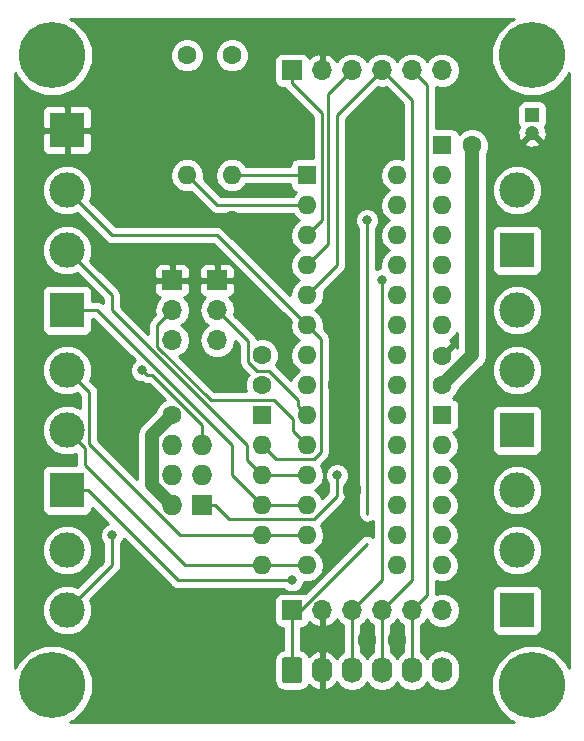
<source format=gbl>
G04 #@! TF.GenerationSoftware,KiCad,Pcbnew,(5.0.2)-1*
G04 #@! TF.CreationDate,2019-01-02T23:54:01+01:00*
G04 #@! TF.ProjectId,ArduinoS88,41726475-696e-46f5-9338-382e6b696361,rev?*
G04 #@! TF.SameCoordinates,Original*
G04 #@! TF.FileFunction,Copper,L2,Bot*
G04 #@! TF.FilePolarity,Positive*
%FSLAX46Y46*%
G04 Gerber Fmt 4.6, Leading zero omitted, Abs format (unit mm)*
G04 Created by KiCad (PCBNEW (5.0.2)-1) date 02.01.2019 23:54:01*
%MOMM*%
%LPD*%
G01*
G04 APERTURE LIST*
G04 #@! TA.AperFunction,ComponentPad*
%ADD10R,1.727200X1.727200*%
G04 #@! TD*
G04 #@! TA.AperFunction,ComponentPad*
%ADD11O,1.727200X1.727200*%
G04 #@! TD*
G04 #@! TA.AperFunction,ComponentPad*
%ADD12O,1.600000X1.600000*%
G04 #@! TD*
G04 #@! TA.AperFunction,ComponentPad*
%ADD13R,1.600000X1.600000*%
G04 #@! TD*
G04 #@! TA.AperFunction,ComponentPad*
%ADD14O,1.700000X1.700000*%
G04 #@! TD*
G04 #@! TA.AperFunction,ComponentPad*
%ADD15R,1.700000X1.700000*%
G04 #@! TD*
G04 #@! TA.AperFunction,ComponentPad*
%ADD16C,5.600000*%
G04 #@! TD*
G04 #@! TA.AperFunction,ComponentPad*
%ADD17C,1.600000*%
G04 #@! TD*
G04 #@! TA.AperFunction,ComponentPad*
%ADD18C,1.200000*%
G04 #@! TD*
G04 #@! TA.AperFunction,ComponentPad*
%ADD19R,1.200000X1.200000*%
G04 #@! TD*
G04 #@! TA.AperFunction,ComponentPad*
%ADD20C,3.000000*%
G04 #@! TD*
G04 #@! TA.AperFunction,ComponentPad*
%ADD21R,3.000000X3.000000*%
G04 #@! TD*
G04 #@! TA.AperFunction,Conductor*
%ADD22C,0.100000*%
G04 #@! TD*
G04 #@! TA.AperFunction,ComponentPad*
%ADD23C,1.740000*%
G04 #@! TD*
G04 #@! TA.AperFunction,ComponentPad*
%ADD24O,1.740000X2.200000*%
G04 #@! TD*
G04 #@! TA.AperFunction,ViaPad*
%ADD25C,1.600000*%
G04 #@! TD*
G04 #@! TA.AperFunction,ViaPad*
%ADD26C,0.800000*%
G04 #@! TD*
G04 #@! TA.AperFunction,Conductor*
%ADD27C,1.200000*%
G04 #@! TD*
G04 #@! TA.AperFunction,Conductor*
%ADD28C,0.250000*%
G04 #@! TD*
G04 #@! TA.AperFunction,Conductor*
%ADD29C,0.254000*%
G04 #@! TD*
G04 APERTURE END LIST*
D10*
G04 #@! TO.P,J3,1*
G04 #@! TO.N,/In8*
X86360000Y-67310000D03*
D11*
G04 #@! TO.P,J3,2*
G04 #@! TO.N,VCC*
X83820000Y-67310000D03*
G04 #@! TO.P,J3,3*
G04 #@! TO.N,/In9*
X86360000Y-64770000D03*
G04 #@! TO.P,J3,4*
G04 #@! TO.N,/In7*
X83820000Y-64770000D03*
G04 #@! TO.P,J3,5*
G04 #@! TO.N,Net-(J3-Pad5)*
X86360000Y-62230000D03*
G04 #@! TO.P,J3,6*
G04 #@! TO.N,GND*
X83820000Y-62230000D03*
G04 #@! TD*
D12*
G04 #@! TO.P,U1,28*
G04 #@! TO.N,/In15*
X102870000Y-39370000D03*
G04 #@! TO.P,U1,14*
G04 #@! TO.N,/In4*
X95250000Y-72390000D03*
G04 #@! TO.P,U1,27*
G04 #@! TO.N,/In14*
X102870000Y-41910000D03*
G04 #@! TO.P,U1,13*
G04 #@! TO.N,/In3*
X95250000Y-69850000D03*
G04 #@! TO.P,U1,26*
G04 #@! TO.N,/In13*
X102870000Y-44450000D03*
G04 #@! TO.P,U1,12*
G04 #@! TO.N,/In2*
X95250000Y-67310000D03*
G04 #@! TO.P,U1,25*
G04 #@! TO.N,/In12*
X102870000Y-46990000D03*
G04 #@! TO.P,U1,11*
G04 #@! TO.N,/In1*
X95250000Y-64770000D03*
G04 #@! TO.P,U1,24*
G04 #@! TO.N,/In11*
X102870000Y-49530000D03*
G04 #@! TO.P,U1,10*
G04 #@! TO.N,/Cfg1*
X95250000Y-62230000D03*
G04 #@! TO.P,U1,23*
G04 #@! TO.N,/In10*
X102870000Y-52070000D03*
G04 #@! TO.P,U1,9*
G04 #@! TO.N,/Cfg0*
X95250000Y-59690000D03*
G04 #@! TO.P,U1,22*
G04 #@! TO.N,GND*
X102870000Y-54610000D03*
G04 #@! TO.P,U1,8*
X95250000Y-57150000D03*
G04 #@! TO.P,U1,21*
G04 #@! TO.N,VCC*
X102870000Y-57150000D03*
G04 #@! TO.P,U1,7*
X95250000Y-54610000D03*
G04 #@! TO.P,U1,20*
X102870000Y-59690000D03*
G04 #@! TO.P,U1,6*
G04 #@! TO.N,/In0*
X95250000Y-52070000D03*
G04 #@! TO.P,U1,19*
G04 #@! TO.N,/In9*
X102870000Y-62230000D03*
G04 #@! TO.P,U1,5*
G04 #@! TO.N,/S88_PS*
X95250000Y-49530000D03*
G04 #@! TO.P,U1,18*
G04 #@! TO.N,/In8*
X102870000Y-64770000D03*
G04 #@! TO.P,U1,4*
G04 #@! TO.N,/S88_CLK*
X95250000Y-46990000D03*
G04 #@! TO.P,U1,17*
G04 #@! TO.N,/In7*
X102870000Y-67310000D03*
G04 #@! TO.P,U1,3*
G04 #@! TO.N,/S88_DataOut*
X95250000Y-44450000D03*
G04 #@! TO.P,U1,16*
G04 #@! TO.N,/In6*
X102870000Y-69850000D03*
G04 #@! TO.P,U1,2*
G04 #@! TO.N,/S88_DataIn*
X95250000Y-41910000D03*
G04 #@! TO.P,U1,15*
G04 #@! TO.N,/In5*
X102870000Y-72390000D03*
D13*
G04 #@! TO.P,U1,1*
G04 #@! TO.N,Net-(J3-Pad5)*
X95250000Y-39370000D03*
G04 #@! TD*
D14*
G04 #@! TO.P,J2,6*
G04 #@! TO.N,VCC*
X106680000Y-76200000D03*
G04 #@! TO.P,J2,5*
G04 #@! TO.N,/S88_Reset*
X104140000Y-76200000D03*
G04 #@! TO.P,J2,4*
G04 #@! TO.N,/S88_PS*
X101600000Y-76200000D03*
G04 #@! TO.P,J2,3*
G04 #@! TO.N,/S88_CLK*
X99060000Y-76200000D03*
G04 #@! TO.P,J2,2*
G04 #@! TO.N,GND*
X96520000Y-76200000D03*
D15*
G04 #@! TO.P,J2,1*
G04 #@! TO.N,/S88_DataIn*
X93980000Y-76200000D03*
G04 #@! TD*
D14*
G04 #@! TO.P,J1,6*
G04 #@! TO.N,VCC*
X106680000Y-30480000D03*
G04 #@! TO.P,J1,5*
G04 #@! TO.N,/S88_Reset*
X104140000Y-30480000D03*
G04 #@! TO.P,J1,4*
G04 #@! TO.N,/S88_PS*
X101600000Y-30480000D03*
G04 #@! TO.P,J1,3*
G04 #@! TO.N,/S88_CLK*
X99060000Y-30480000D03*
G04 #@! TO.P,J1,2*
G04 #@! TO.N,GND*
X96520000Y-30480000D03*
D15*
G04 #@! TO.P,J1,1*
G04 #@! TO.N,/S88_DataOut*
X93980000Y-30480000D03*
G04 #@! TD*
D16*
G04 #@! TO.P,REF\002A\002A,1*
G04 #@! TO.N,N/C*
X114300000Y-82550000D03*
G04 #@! TD*
G04 #@! TO.P,REF\002A\002A,1*
G04 #@! TO.N,N/C*
X73660000Y-82550000D03*
G04 #@! TD*
G04 #@! TO.P,REF\002A\002A,1*
G04 #@! TO.N,N/C*
X73660000Y-29210000D03*
G04 #@! TD*
D12*
G04 #@! TO.P,RN2,7*
G04 #@! TO.N,/In10*
X106680000Y-52070000D03*
G04 #@! TO.P,RN2,6*
G04 #@! TO.N,/In11*
X106680000Y-49530000D03*
G04 #@! TO.P,RN2,5*
G04 #@! TO.N,/In12*
X106680000Y-46990000D03*
G04 #@! TO.P,RN2,4*
G04 #@! TO.N,/In13*
X106680000Y-44450000D03*
G04 #@! TO.P,RN2,3*
G04 #@! TO.N,/In14*
X106680000Y-41910000D03*
G04 #@! TO.P,RN2,2*
G04 #@! TO.N,/In15*
X106680000Y-39370000D03*
D13*
G04 #@! TO.P,RN2,1*
G04 #@! TO.N,VCC*
X106680000Y-36830000D03*
G04 #@! TD*
D17*
G04 #@! TO.P,C1,2*
G04 #@! TO.N,GND*
X91440000Y-57110000D03*
G04 #@! TO.P,C1,1*
G04 #@! TO.N,VCC*
X91440000Y-54610000D03*
G04 #@! TD*
G04 #@! TO.P,C2,2*
G04 #@! TO.N,GND*
X106680000Y-54650000D03*
G04 #@! TO.P,C2,1*
G04 #@! TO.N,VCC*
X106680000Y-57150000D03*
G04 #@! TD*
D18*
G04 #@! TO.P,C3,2*
G04 #@! TO.N,GND*
X114300000Y-35790000D03*
D19*
G04 #@! TO.P,C3,1*
G04 #@! TO.N,VCC*
X114300000Y-34290000D03*
G04 #@! TD*
D20*
G04 #@! TO.P,J4,3*
G04 #@! TO.N,/In1*
X74930000Y-45720000D03*
G04 #@! TO.P,J4,2*
G04 #@! TO.N,/In0*
X74930000Y-40640000D03*
D21*
G04 #@! TO.P,J4,1*
G04 #@! TO.N,GND*
X74930000Y-35560000D03*
G04 #@! TD*
D20*
G04 #@! TO.P,J5,3*
G04 #@! TO.N,/In4*
X74930000Y-60960000D03*
G04 #@! TO.P,J5,2*
G04 #@! TO.N,/In3*
X74930000Y-55880000D03*
D21*
G04 #@! TO.P,J5,1*
G04 #@! TO.N,/In2*
X74930000Y-50800000D03*
G04 #@! TD*
D20*
G04 #@! TO.P,J6,3*
G04 #@! TO.N,/In7*
X74930000Y-76200000D03*
G04 #@! TO.P,J6,2*
G04 #@! TO.N,/In6*
X74930000Y-71120000D03*
D21*
G04 #@! TO.P,J6,1*
G04 #@! TO.N,/In5*
X74930000Y-66040000D03*
G04 #@! TD*
D20*
G04 #@! TO.P,J7,3*
G04 #@! TO.N,/In10*
X113030000Y-66040000D03*
G04 #@! TO.P,J7,2*
G04 #@! TO.N,/In9*
X113030000Y-71120000D03*
D21*
G04 #@! TO.P,J7,1*
G04 #@! TO.N,/In8*
X113030000Y-76200000D03*
G04 #@! TD*
D20*
G04 #@! TO.P,J8,3*
G04 #@! TO.N,/In13*
X113030000Y-50800000D03*
G04 #@! TO.P,J8,2*
G04 #@! TO.N,/In12*
X113030000Y-55880000D03*
D21*
G04 #@! TO.P,J8,1*
G04 #@! TO.N,/In11*
X113030000Y-60960000D03*
G04 #@! TD*
D20*
G04 #@! TO.P,J9,2*
G04 #@! TO.N,/In15*
X113030000Y-40640000D03*
D21*
G04 #@! TO.P,J9,1*
G04 #@! TO.N,/In14*
X113030000Y-45720000D03*
G04 #@! TD*
D14*
G04 #@! TO.P,JP5,3*
G04 #@! TO.N,VCC*
X87630000Y-53340000D03*
G04 #@! TO.P,JP5,2*
G04 #@! TO.N,/Cfg0*
X87630000Y-50800000D03*
D15*
G04 #@! TO.P,JP5,1*
G04 #@! TO.N,GND*
X87630000Y-48260000D03*
G04 #@! TD*
D14*
G04 #@! TO.P,JP6,3*
G04 #@! TO.N,VCC*
X83820000Y-53340000D03*
G04 #@! TO.P,JP6,2*
G04 #@! TO.N,/Cfg1*
X83820000Y-50800000D03*
D15*
G04 #@! TO.P,JP6,1*
G04 #@! TO.N,GND*
X83820000Y-48260000D03*
G04 #@! TD*
D12*
G04 #@! TO.P,R1,2*
G04 #@! TO.N,Net-(J3-Pad5)*
X88900000Y-39370000D03*
D17*
G04 #@! TO.P,R1,1*
G04 #@! TO.N,VCC*
X88900000Y-29210000D03*
G04 #@! TD*
D12*
G04 #@! TO.P,R2,2*
G04 #@! TO.N,/S88_DataIn*
X85090000Y-39370000D03*
D17*
G04 #@! TO.P,R2,1*
G04 #@! TO.N,VCC*
X85090000Y-29210000D03*
G04 #@! TD*
D12*
G04 #@! TO.P,RN1,6*
G04 #@! TO.N,/In4*
X91440000Y-72390000D03*
G04 #@! TO.P,RN1,5*
G04 #@! TO.N,/In3*
X91440000Y-69850000D03*
G04 #@! TO.P,RN1,4*
G04 #@! TO.N,/In2*
X91440000Y-67310000D03*
G04 #@! TO.P,RN1,3*
G04 #@! TO.N,/In1*
X91440000Y-64770000D03*
G04 #@! TO.P,RN1,2*
G04 #@! TO.N,/In0*
X91440000Y-62230000D03*
D13*
G04 #@! TO.P,RN1,1*
G04 #@! TO.N,VCC*
X91440000Y-59690000D03*
G04 #@! TD*
G04 #@! TO.P,RN3,1*
G04 #@! TO.N,VCC*
X106680000Y-59690000D03*
D12*
G04 #@! TO.P,RN3,2*
G04 #@! TO.N,/In9*
X106680000Y-62230000D03*
G04 #@! TO.P,RN3,3*
G04 #@! TO.N,/In8*
X106680000Y-64770000D03*
G04 #@! TO.P,RN3,4*
G04 #@! TO.N,/In7*
X106680000Y-67310000D03*
G04 #@! TO.P,RN3,5*
G04 #@! TO.N,/In6*
X106680000Y-69850000D03*
G04 #@! TO.P,RN3,6*
G04 #@! TO.N,/In5*
X106680000Y-72390000D03*
G04 #@! TD*
D16*
G04 #@! TO.P,REF\002A\002A,1*
G04 #@! TO.N,N/C*
X114300000Y-29210000D03*
G04 #@! TD*
D22*
G04 #@! TO.N,/S88_DataIn*
G04 #@! TO.C,J10*
G36*
X94624505Y-80181204D02*
X94648773Y-80184804D01*
X94672572Y-80190765D01*
X94695671Y-80199030D01*
X94717850Y-80209520D01*
X94738893Y-80222132D01*
X94758599Y-80236747D01*
X94776777Y-80253223D01*
X94793253Y-80271401D01*
X94807868Y-80291107D01*
X94820480Y-80312150D01*
X94830970Y-80334329D01*
X94839235Y-80357428D01*
X94845196Y-80381227D01*
X94848796Y-80405495D01*
X94850000Y-80429999D01*
X94850000Y-82130001D01*
X94848796Y-82154505D01*
X94845196Y-82178773D01*
X94839235Y-82202572D01*
X94830970Y-82225671D01*
X94820480Y-82247850D01*
X94807868Y-82268893D01*
X94793253Y-82288599D01*
X94776777Y-82306777D01*
X94758599Y-82323253D01*
X94738893Y-82337868D01*
X94717850Y-82350480D01*
X94695671Y-82360970D01*
X94672572Y-82369235D01*
X94648773Y-82375196D01*
X94624505Y-82378796D01*
X94600001Y-82380000D01*
X93359999Y-82380000D01*
X93335495Y-82378796D01*
X93311227Y-82375196D01*
X93287428Y-82369235D01*
X93264329Y-82360970D01*
X93242150Y-82350480D01*
X93221107Y-82337868D01*
X93201401Y-82323253D01*
X93183223Y-82306777D01*
X93166747Y-82288599D01*
X93152132Y-82268893D01*
X93139520Y-82247850D01*
X93129030Y-82225671D01*
X93120765Y-82202572D01*
X93114804Y-82178773D01*
X93111204Y-82154505D01*
X93110000Y-82130001D01*
X93110000Y-80429999D01*
X93111204Y-80405495D01*
X93114804Y-80381227D01*
X93120765Y-80357428D01*
X93129030Y-80334329D01*
X93139520Y-80312150D01*
X93152132Y-80291107D01*
X93166747Y-80271401D01*
X93183223Y-80253223D01*
X93201401Y-80236747D01*
X93221107Y-80222132D01*
X93242150Y-80209520D01*
X93264329Y-80199030D01*
X93287428Y-80190765D01*
X93311227Y-80184804D01*
X93335495Y-80181204D01*
X93359999Y-80180000D01*
X94600001Y-80180000D01*
X94624505Y-80181204D01*
X94624505Y-80181204D01*
G37*
D23*
G04 #@! TD*
G04 #@! TO.P,J10,1*
G04 #@! TO.N,/S88_DataIn*
X93980000Y-81280000D03*
D24*
G04 #@! TO.P,J10,2*
G04 #@! TO.N,GND*
X96520000Y-81280000D03*
G04 #@! TO.P,J10,3*
G04 #@! TO.N,/S88_CLK*
X99060000Y-81280000D03*
G04 #@! TO.P,J10,4*
G04 #@! TO.N,/S88_PS*
X101600000Y-81280000D03*
G04 #@! TO.P,J10,5*
G04 #@! TO.N,/S88_Reset*
X104140000Y-81280000D03*
G04 #@! TO.P,J10,6*
G04 #@! TO.N,VCC*
X106680000Y-81280000D03*
G04 #@! TD*
D25*
G04 #@! TO.N,GND*
X78740000Y-46990000D03*
X93980000Y-35560000D03*
X78740000Y-59690000D03*
X88900000Y-43180000D03*
X97790000Y-50800000D03*
X97790000Y-57150000D03*
X82550000Y-35560000D03*
X100330000Y-40640000D03*
G04 #@! TO.N,VCC*
X109220000Y-36830000D03*
D26*
G04 #@! TO.N,/In5*
X93980000Y-73660000D03*
G04 #@! TO.N,/In7*
X78740000Y-69850000D03*
G04 #@! TO.N,/S88_CLK*
X101600000Y-48260000D03*
D25*
G04 #@! TO.N,GND*
X82550000Y-78740000D03*
G04 #@! TO.N,VCC*
X83820000Y-59690000D03*
D26*
G04 #@! TO.N,Net-(J3-Pad5)*
X81280000Y-55880000D03*
D25*
G04 #@! TO.N,GND*
X99060000Y-66040000D03*
X99060000Y-69850000D03*
X110490000Y-58420000D03*
X100330000Y-78740000D03*
X102870000Y-78740000D03*
D26*
G04 #@! TO.N,/S88_DataIn*
X100330000Y-43180000D03*
G04 #@! TO.N,/In8*
X97790000Y-64772805D03*
G04 #@! TD*
D27*
G04 #@! TO.N,VCC*
X109220000Y-54610000D02*
X106680000Y-57150000D01*
X109220000Y-36830000D02*
X109220000Y-54610000D01*
D28*
G04 #@! TO.N,/In0*
X96425001Y-62794001D02*
X95814001Y-63405001D01*
X96425001Y-53245001D02*
X96425001Y-62794001D01*
X95250000Y-52070000D02*
X96425001Y-53245001D01*
X78740000Y-44450000D02*
X74930000Y-40640000D01*
X95250000Y-52070000D02*
X87630000Y-44450000D01*
X87630000Y-44450000D02*
X78740000Y-44450000D01*
X92615001Y-63405001D02*
X91440000Y-62230000D01*
X95814001Y-63405001D02*
X92615001Y-63405001D01*
G04 #@! TO.N,/In1*
X95250000Y-64770000D02*
X91440000Y-64770000D01*
X91440000Y-64770000D02*
X90170000Y-63500000D01*
X90170000Y-63500000D02*
X90170000Y-62230000D01*
X90170000Y-62230000D02*
X78740000Y-50800000D01*
X78740000Y-49530000D02*
X74930000Y-45720000D01*
X78740000Y-50800000D02*
X78740000Y-49530000D01*
G04 #@! TO.N,/In2*
X95250000Y-67310000D02*
X91440000Y-67310000D01*
X77470000Y-50800000D02*
X74930000Y-50800000D01*
X88900000Y-62230000D02*
X77470000Y-50800000D01*
X88900000Y-64770000D02*
X88900000Y-62230000D01*
G04 #@! TO.N,/In3*
X95250000Y-69850000D02*
X91440000Y-69850000D01*
X76429999Y-57379999D02*
X74930000Y-55880000D01*
X76805001Y-57755001D02*
X76429999Y-57379999D01*
X76805001Y-62128131D02*
X76805001Y-57755001D01*
X84526870Y-69850000D02*
X76805001Y-62128131D01*
X91440000Y-69850000D02*
X84526870Y-69850000D01*
G04 #@! TO.N,/In4*
X95250000Y-72390000D02*
X91440000Y-72390000D01*
X76429999Y-62459999D02*
X74930000Y-60960000D01*
X76429999Y-63864997D02*
X76429999Y-62459999D01*
X84955002Y-72390000D02*
X76429999Y-63864997D01*
X91440000Y-72390000D02*
X84955002Y-72390000D01*
G04 #@! TO.N,/In5*
X76680000Y-66040000D02*
X74930000Y-66040000D01*
X84300000Y-73660000D02*
X76680000Y-66040000D01*
X93980000Y-73660000D02*
X84300000Y-73660000D01*
G04 #@! TO.N,/In7*
X78740000Y-72390000D02*
X74930000Y-76200000D01*
X78740000Y-69850000D02*
X78740000Y-72390000D01*
G04 #@! TO.N,/S88_PS*
X101600000Y-30250000D02*
X101600000Y-30480000D01*
G04 #@! TO.N,/S88_CLK*
X101600000Y-71120000D02*
X101600000Y-71120000D01*
G04 #@! TO.N,/Cfg0*
X94450001Y-58890001D02*
X95250000Y-59690000D01*
X94450001Y-58380999D02*
X94450001Y-58890001D01*
X92004001Y-55934999D02*
X94450001Y-58380999D01*
X91025997Y-55934999D02*
X92004001Y-55934999D01*
X90264999Y-55174001D02*
X91025997Y-55934999D01*
X90264999Y-53434999D02*
X90264999Y-55174001D01*
X87630000Y-50800000D02*
X90264999Y-53434999D01*
G04 #@! TO.N,/Cfg1*
X82550000Y-52070000D02*
X82550000Y-53883002D01*
X83820000Y-50800000D02*
X82550000Y-52070000D01*
X82550000Y-53883002D02*
X87086998Y-58420000D01*
X94450001Y-61430001D02*
X95250000Y-62230000D01*
X94074999Y-61054999D02*
X94450001Y-61430001D01*
X94074999Y-60049997D02*
X94074999Y-61054999D01*
X92445002Y-58420000D02*
X94074999Y-60049997D01*
X87086998Y-58420000D02*
X92445002Y-58420000D01*
D27*
G04 #@! TO.N,VCC*
X82106399Y-65596399D02*
X82106399Y-61403601D01*
X83820000Y-67310000D02*
X82106399Y-65596399D01*
X82106399Y-61403601D02*
X83820000Y-59690000D01*
X83820000Y-59690000D02*
X83820000Y-59690000D01*
D28*
G04 #@! TO.N,/In2*
X88900000Y-64770000D02*
X88900000Y-64770000D01*
G04 #@! TO.N,Net-(J3-Pad5)*
X88900000Y-39370000D02*
X95250000Y-39370000D01*
X81679999Y-56279999D02*
X81280000Y-55880000D01*
X82149001Y-56279999D02*
X81679999Y-56279999D01*
X86360000Y-60490998D02*
X82149001Y-56279999D01*
X86360000Y-62230000D02*
X86360000Y-60490998D01*
G04 #@! TO.N,/S88_DataIn*
X87630000Y-41910000D02*
X95250000Y-41910000D01*
X85090000Y-39370000D02*
X87630000Y-41910000D01*
X94706998Y-76200000D02*
X93980000Y-76200000D01*
X100330000Y-70576998D02*
X94706998Y-76200000D01*
X100330000Y-43180000D02*
X100330000Y-68036998D01*
G04 #@! TO.N,/S88_DataOut*
X93980000Y-31580000D02*
X96520000Y-34120000D01*
X93980000Y-30480000D02*
X93980000Y-31580000D01*
X96520000Y-43180000D02*
X95250000Y-44450000D01*
X96520000Y-34120000D02*
X96520000Y-43180000D01*
G04 #@! TO.N,/S88_CLK*
X101600000Y-73660000D02*
X99060000Y-76200000D01*
X101600000Y-48260000D02*
X101600000Y-73660000D01*
G04 #@! TO.N,/S88_PS*
X101600000Y-76200000D02*
X104140000Y-73660000D01*
X104140000Y-33020000D02*
X101600000Y-30480000D01*
X104140000Y-73660000D02*
X104140000Y-33020000D01*
G04 #@! TO.N,/S88_Reset*
X104140000Y-30480000D02*
X105410000Y-31750000D01*
X105410000Y-31750000D02*
X105410000Y-74930000D01*
X105410000Y-74930000D02*
X104140000Y-76200000D01*
X104140000Y-81280000D02*
X104140000Y-76200000D01*
G04 #@! TO.N,/S88_PS*
X101600000Y-81280000D02*
X101600000Y-76200000D01*
X101600000Y-30480000D02*
X97790000Y-34290000D01*
X97790000Y-46990000D02*
X95250000Y-49530000D01*
X97790000Y-34290000D02*
X97790000Y-46990000D01*
G04 #@! TO.N,/S88_CLK*
X99060000Y-81280000D02*
X99060000Y-76200000D01*
X96049999Y-46190001D02*
X95250000Y-46990000D01*
X97020010Y-45219990D02*
X96049999Y-46190001D01*
X97020010Y-32519990D02*
X97020010Y-45219990D01*
X99060000Y-30480000D02*
X97020010Y-32519990D01*
G04 #@! TO.N,/S88_DataIn*
X93980000Y-81280000D02*
X93980000Y-76200000D01*
G04 #@! TO.N,/In8*
X97790000Y-66509002D02*
X97790000Y-64772805D01*
X95814001Y-68485001D02*
X97790000Y-66509002D01*
X88648601Y-68485001D02*
X95814001Y-68485001D01*
X86360000Y-67310000D02*
X87473600Y-67310000D01*
X87473600Y-67310000D02*
X88648601Y-68485001D01*
X97790000Y-64772805D02*
X97790000Y-64772805D01*
G04 #@! TO.N,/In2*
X88900000Y-64770000D02*
X91440000Y-67310000D01*
G04 #@! TD*
D29*
G04 #@! TO.N,GND*
G36*
X112354229Y-26297947D02*
X111387947Y-27264229D01*
X110865000Y-28526736D01*
X110865000Y-29893264D01*
X111387947Y-31155771D01*
X112354229Y-32122053D01*
X113616736Y-32645000D01*
X114983264Y-32645000D01*
X116245771Y-32122053D01*
X117212053Y-31155771D01*
X117400000Y-30702026D01*
X117400001Y-81057976D01*
X117212053Y-80604229D01*
X116245771Y-79637947D01*
X114983264Y-79115000D01*
X113616736Y-79115000D01*
X112354229Y-79637947D01*
X111387947Y-80604229D01*
X110865000Y-81866736D01*
X110865000Y-83233264D01*
X111387947Y-84495771D01*
X112354229Y-85462053D01*
X112807974Y-85650000D01*
X75152026Y-85650000D01*
X75605771Y-85462053D01*
X76572053Y-84495771D01*
X77095000Y-83233264D01*
X77095000Y-81866736D01*
X76572053Y-80604229D01*
X75605771Y-79637947D01*
X74343264Y-79115000D01*
X72976736Y-79115000D01*
X71714229Y-79637947D01*
X70747947Y-80604229D01*
X70560000Y-81057974D01*
X70560000Y-70695322D01*
X72795000Y-70695322D01*
X72795000Y-71544678D01*
X73120034Y-72329380D01*
X73720620Y-72929966D01*
X74505322Y-73255000D01*
X75354678Y-73255000D01*
X76139380Y-72929966D01*
X76739966Y-72329380D01*
X77065000Y-71544678D01*
X77065000Y-70695322D01*
X76739966Y-69910620D01*
X76139380Y-69310034D01*
X75354678Y-68985000D01*
X74505322Y-68985000D01*
X73720620Y-69310034D01*
X73120034Y-69910620D01*
X72795000Y-70695322D01*
X70560000Y-70695322D01*
X70560000Y-49300000D01*
X72782560Y-49300000D01*
X72782560Y-52300000D01*
X72831843Y-52547765D01*
X72972191Y-52757809D01*
X73182235Y-52898157D01*
X73430000Y-52947440D01*
X76430000Y-52947440D01*
X76677765Y-52898157D01*
X76887809Y-52757809D01*
X77028157Y-52547765D01*
X77077440Y-52300000D01*
X77077440Y-51560000D01*
X77155199Y-51560000D01*
X80645744Y-55050545D01*
X80402569Y-55293720D01*
X80245000Y-55674126D01*
X80245000Y-56085874D01*
X80402569Y-56466280D01*
X80693720Y-56757431D01*
X81074126Y-56915000D01*
X81262382Y-56915000D01*
X81383462Y-56995903D01*
X81605147Y-57039999D01*
X81605151Y-57039999D01*
X81679998Y-57054887D01*
X81754845Y-57039999D01*
X81834200Y-57039999D01*
X83191359Y-58397159D01*
X83007138Y-58473466D01*
X82603466Y-58877138D01*
X82403466Y-59359980D01*
X81319130Y-60444316D01*
X81216015Y-60513216D01*
X81147115Y-60616332D01*
X81147113Y-60616334D01*
X80943055Y-60921729D01*
X80847205Y-61403601D01*
X80871400Y-61525238D01*
X80871399Y-65119728D01*
X77565001Y-61813330D01*
X77565001Y-57829848D01*
X77579889Y-57755001D01*
X77565001Y-57680154D01*
X77565001Y-57680149D01*
X77520905Y-57458464D01*
X77352930Y-57207072D01*
X77289471Y-57164670D01*
X77020330Y-56895529D01*
X77020328Y-56895526D01*
X76878861Y-56754059D01*
X77065000Y-56304678D01*
X77065000Y-55455322D01*
X76739966Y-54670620D01*
X76139380Y-54070034D01*
X75354678Y-53745000D01*
X74505322Y-53745000D01*
X73720620Y-54070034D01*
X73120034Y-54670620D01*
X72795000Y-55455322D01*
X72795000Y-56304678D01*
X73120034Y-57089380D01*
X73720620Y-57689966D01*
X74505322Y-58015000D01*
X75354678Y-58015000D01*
X75804059Y-57828861D01*
X75945526Y-57970328D01*
X75945529Y-57970330D01*
X76045002Y-58069803D01*
X76045002Y-59110941D01*
X75354678Y-58825000D01*
X74505322Y-58825000D01*
X73720620Y-59150034D01*
X73120034Y-59750620D01*
X72795000Y-60535322D01*
X72795000Y-61384678D01*
X73120034Y-62169380D01*
X73720620Y-62769966D01*
X74505322Y-63095000D01*
X75354678Y-63095000D01*
X75670000Y-62964390D01*
X75669999Y-63790150D01*
X75655111Y-63864997D01*
X75660594Y-63892560D01*
X73430000Y-63892560D01*
X73182235Y-63941843D01*
X72972191Y-64082191D01*
X72831843Y-64292235D01*
X72782560Y-64540000D01*
X72782560Y-67540000D01*
X72831843Y-67787765D01*
X72972191Y-67997809D01*
X73182235Y-68138157D01*
X73430000Y-68187440D01*
X76430000Y-68187440D01*
X76677765Y-68138157D01*
X76887809Y-67997809D01*
X77028157Y-67787765D01*
X77077440Y-67540000D01*
X77077440Y-67512241D01*
X78425283Y-68860084D01*
X78153720Y-68972569D01*
X77862569Y-69263720D01*
X77705000Y-69644126D01*
X77705000Y-70055874D01*
X77862569Y-70436280D01*
X77980000Y-70553711D01*
X77980001Y-72075197D01*
X75804059Y-74251140D01*
X75354678Y-74065000D01*
X74505322Y-74065000D01*
X73720620Y-74390034D01*
X73120034Y-74990620D01*
X72795000Y-75775322D01*
X72795000Y-76624678D01*
X73120034Y-77409380D01*
X73720620Y-78009966D01*
X74505322Y-78335000D01*
X75354678Y-78335000D01*
X76139380Y-78009966D01*
X76739966Y-77409380D01*
X77065000Y-76624678D01*
X77065000Y-75775322D01*
X76878860Y-75325941D01*
X79224473Y-72980329D01*
X79287929Y-72937929D01*
X79330924Y-72873582D01*
X79455904Y-72686538D01*
X79465480Y-72638395D01*
X79500000Y-72464852D01*
X79500000Y-72464848D01*
X79514888Y-72390000D01*
X79500000Y-72315152D01*
X79500000Y-70553711D01*
X79617431Y-70436280D01*
X79729916Y-70164718D01*
X83709673Y-74144476D01*
X83752071Y-74207929D01*
X83815524Y-74250327D01*
X83815526Y-74250329D01*
X83940902Y-74334102D01*
X84003463Y-74375904D01*
X84225148Y-74420000D01*
X84225152Y-74420000D01*
X84299999Y-74434888D01*
X84374846Y-74420000D01*
X93276289Y-74420000D01*
X93393720Y-74537431D01*
X93774126Y-74695000D01*
X94185874Y-74695000D01*
X94566280Y-74537431D01*
X94857431Y-74246280D01*
X95015000Y-73865874D01*
X95015000Y-73806368D01*
X95108667Y-73825000D01*
X95391333Y-73825000D01*
X95809909Y-73741740D01*
X96284577Y-73424577D01*
X96601740Y-72949909D01*
X96713113Y-72390000D01*
X96601740Y-71830091D01*
X96284577Y-71355423D01*
X95932242Y-71120000D01*
X96284577Y-70884577D01*
X96601740Y-70409909D01*
X96713113Y-69850000D01*
X96601740Y-69290091D01*
X96395920Y-68982060D01*
X96404332Y-68969471D01*
X98274473Y-67099331D01*
X98337929Y-67056931D01*
X98505904Y-66805539D01*
X98550000Y-66583854D01*
X98550000Y-66583850D01*
X98564888Y-66509002D01*
X98550000Y-66434154D01*
X98550000Y-65476516D01*
X98667431Y-65359085D01*
X98825000Y-64978679D01*
X98825000Y-64566931D01*
X98667431Y-64186525D01*
X98376280Y-63895374D01*
X97995874Y-63737805D01*
X97584126Y-63737805D01*
X97203720Y-63895374D01*
X96912569Y-64186525D01*
X96755000Y-64566931D01*
X96755000Y-64978679D01*
X96912569Y-65359085D01*
X97030001Y-65476517D01*
X97030000Y-66194200D01*
X96550618Y-66673582D01*
X96284577Y-66275423D01*
X95932242Y-66040000D01*
X96284577Y-65804577D01*
X96601740Y-65329909D01*
X96713113Y-64770000D01*
X96601740Y-64210091D01*
X96395920Y-63902060D01*
X96404331Y-63889472D01*
X96909476Y-63384329D01*
X96972930Y-63341930D01*
X97015328Y-63278477D01*
X97015330Y-63278475D01*
X97129611Y-63107440D01*
X97140905Y-63090538D01*
X97185001Y-62868853D01*
X97185001Y-62868849D01*
X97199889Y-62794002D01*
X97185001Y-62719155D01*
X97185001Y-53319847D01*
X97199889Y-53245000D01*
X97185001Y-53170153D01*
X97185001Y-53170149D01*
X97140905Y-52948464D01*
X97071698Y-52844888D01*
X97015330Y-52760527D01*
X97015328Y-52760525D01*
X96972930Y-52697072D01*
X96909477Y-52654674D01*
X96648688Y-52393886D01*
X96713113Y-52070000D01*
X96601740Y-51510091D01*
X96284577Y-51035423D01*
X95932242Y-50800000D01*
X96284577Y-50564577D01*
X96601740Y-50089909D01*
X96713113Y-49530000D01*
X96648688Y-49206114D01*
X98274476Y-47580327D01*
X98337929Y-47537929D01*
X98380327Y-47474476D01*
X98380329Y-47474474D01*
X98505903Y-47286538D01*
X98505904Y-47286537D01*
X98550000Y-47064852D01*
X98550000Y-47064848D01*
X98564888Y-46990001D01*
X98550000Y-46915154D01*
X98550000Y-34604801D01*
X101233592Y-31921209D01*
X101453744Y-31965000D01*
X101746256Y-31965000D01*
X101966408Y-31921209D01*
X103380001Y-33334804D01*
X103380001Y-38008333D01*
X103011333Y-37935000D01*
X102728667Y-37935000D01*
X102310091Y-38018260D01*
X101835423Y-38335423D01*
X101518260Y-38810091D01*
X101406887Y-39370000D01*
X101518260Y-39929909D01*
X101835423Y-40404577D01*
X102187758Y-40640000D01*
X101835423Y-40875423D01*
X101518260Y-41350091D01*
X101406887Y-41910000D01*
X101518260Y-42469909D01*
X101835423Y-42944577D01*
X102187758Y-43180000D01*
X101835423Y-43415423D01*
X101518260Y-43890091D01*
X101406887Y-44450000D01*
X101518260Y-45009909D01*
X101835423Y-45484577D01*
X102187758Y-45720000D01*
X101835423Y-45955423D01*
X101518260Y-46430091D01*
X101406887Y-46990000D01*
X101453631Y-47225000D01*
X101394126Y-47225000D01*
X101090000Y-47350973D01*
X101090000Y-43883711D01*
X101207431Y-43766280D01*
X101365000Y-43385874D01*
X101365000Y-42974126D01*
X101207431Y-42593720D01*
X100916280Y-42302569D01*
X100535874Y-42145000D01*
X100124126Y-42145000D01*
X99743720Y-42302569D01*
X99452569Y-42593720D01*
X99295000Y-42974126D01*
X99295000Y-43385874D01*
X99452569Y-43766280D01*
X99570000Y-43883711D01*
X99570001Y-68111850D01*
X99614097Y-68333535D01*
X99782072Y-68584927D01*
X100033464Y-68752902D01*
X100330000Y-68811887D01*
X100626537Y-68752902D01*
X100840001Y-68610270D01*
X100840001Y-70003726D01*
X100626537Y-69861094D01*
X100330000Y-69802110D01*
X100033462Y-69861094D01*
X99845527Y-69986669D01*
X95079317Y-74752880D01*
X95077765Y-74751843D01*
X94830000Y-74702560D01*
X93130000Y-74702560D01*
X92882235Y-74751843D01*
X92672191Y-74892191D01*
X92531843Y-75102235D01*
X92482560Y-75350000D01*
X92482560Y-77050000D01*
X92531843Y-77297765D01*
X92672191Y-77507809D01*
X92882235Y-77648157D01*
X93130000Y-77697440D01*
X93220001Y-77697440D01*
X93220000Y-79560407D01*
X93016564Y-79600873D01*
X92725414Y-79795414D01*
X92530873Y-80086564D01*
X92462560Y-80429999D01*
X92462560Y-82130001D01*
X92530873Y-82473436D01*
X92725414Y-82764586D01*
X93016564Y-82959127D01*
X93359999Y-83027440D01*
X94600001Y-83027440D01*
X94943436Y-82959127D01*
X95234586Y-82764586D01*
X95411737Y-82499462D01*
X95549509Y-82670533D01*
X96067500Y-82953584D01*
X96159969Y-82971302D01*
X96393000Y-82850246D01*
X96393000Y-81407000D01*
X96373000Y-81407000D01*
X96373000Y-81153000D01*
X96393000Y-81153000D01*
X96393000Y-79709754D01*
X96159969Y-79588698D01*
X96067500Y-79606416D01*
X95549509Y-79889467D01*
X95411737Y-80060538D01*
X95234586Y-79795414D01*
X94943436Y-79600873D01*
X94740000Y-79560407D01*
X94740000Y-77697440D01*
X94830000Y-77697440D01*
X95077765Y-77648157D01*
X95287809Y-77507809D01*
X95428157Y-77297765D01*
X95448739Y-77194292D01*
X95753076Y-77471645D01*
X96163110Y-77641476D01*
X96393000Y-77520155D01*
X96393000Y-76327000D01*
X96373000Y-76327000D01*
X96373000Y-76073000D01*
X96393000Y-76073000D01*
X96393000Y-76053000D01*
X96647000Y-76053000D01*
X96647000Y-76073000D01*
X96667000Y-76073000D01*
X96667000Y-76327000D01*
X96647000Y-76327000D01*
X96647000Y-77520155D01*
X96876890Y-77641476D01*
X97286924Y-77471645D01*
X97715183Y-77081358D01*
X97776157Y-76951522D01*
X97989375Y-77270625D01*
X98300001Y-77478178D01*
X98300000Y-79747768D01*
X97974956Y-79964956D01*
X97782841Y-80252478D01*
X97490491Y-79889467D01*
X96972500Y-79606416D01*
X96880031Y-79588698D01*
X96647000Y-79709754D01*
X96647000Y-81153000D01*
X96667000Y-81153000D01*
X96667000Y-81407000D01*
X96647000Y-81407000D01*
X96647000Y-82850246D01*
X96880031Y-82971302D01*
X96972500Y-82953584D01*
X97490491Y-82670533D01*
X97782840Y-82307523D01*
X97974956Y-82595044D01*
X98472779Y-82927678D01*
X99060000Y-83044484D01*
X99647222Y-82927678D01*
X100145044Y-82595044D01*
X100330000Y-82318237D01*
X100514956Y-82595044D01*
X101012779Y-82927678D01*
X101600000Y-83044484D01*
X102187222Y-82927678D01*
X102685044Y-82595044D01*
X102870000Y-82318237D01*
X103054956Y-82595044D01*
X103552779Y-82927678D01*
X104140000Y-83044484D01*
X104727222Y-82927678D01*
X105225044Y-82595044D01*
X105410000Y-82318237D01*
X105594956Y-82595044D01*
X106092779Y-82927678D01*
X106680000Y-83044484D01*
X107267222Y-82927678D01*
X107765044Y-82595044D01*
X108097678Y-82097221D01*
X108185000Y-81658225D01*
X108185000Y-80901774D01*
X108097678Y-80462778D01*
X107765044Y-79964956D01*
X107267221Y-79632322D01*
X106680000Y-79515516D01*
X106092778Y-79632322D01*
X105594956Y-79964956D01*
X105410000Y-80241763D01*
X105225044Y-79964956D01*
X104900000Y-79747769D01*
X104900000Y-77478178D01*
X105210625Y-77270625D01*
X105410000Y-76972239D01*
X105609375Y-77270625D01*
X106100582Y-77598839D01*
X106533744Y-77685000D01*
X106826256Y-77685000D01*
X107259418Y-77598839D01*
X107750625Y-77270625D01*
X108078839Y-76779418D01*
X108194092Y-76200000D01*
X108078839Y-75620582D01*
X107750625Y-75129375D01*
X107259418Y-74801161D01*
X106826256Y-74715000D01*
X106533744Y-74715000D01*
X106170000Y-74787353D01*
X106170000Y-74700000D01*
X110882560Y-74700000D01*
X110882560Y-77700000D01*
X110931843Y-77947765D01*
X111072191Y-78157809D01*
X111282235Y-78298157D01*
X111530000Y-78347440D01*
X114530000Y-78347440D01*
X114777765Y-78298157D01*
X114987809Y-78157809D01*
X115128157Y-77947765D01*
X115177440Y-77700000D01*
X115177440Y-74700000D01*
X115128157Y-74452235D01*
X114987809Y-74242191D01*
X114777765Y-74101843D01*
X114530000Y-74052560D01*
X111530000Y-74052560D01*
X111282235Y-74101843D01*
X111072191Y-74242191D01*
X110931843Y-74452235D01*
X110882560Y-74700000D01*
X106170000Y-74700000D01*
X106170000Y-73751668D01*
X106538667Y-73825000D01*
X106821333Y-73825000D01*
X107239909Y-73741740D01*
X107714577Y-73424577D01*
X108031740Y-72949909D01*
X108143113Y-72390000D01*
X108031740Y-71830091D01*
X107714577Y-71355423D01*
X107362242Y-71120000D01*
X107714577Y-70884577D01*
X107841033Y-70695322D01*
X110895000Y-70695322D01*
X110895000Y-71544678D01*
X111220034Y-72329380D01*
X111820620Y-72929966D01*
X112605322Y-73255000D01*
X113454678Y-73255000D01*
X114239380Y-72929966D01*
X114839966Y-72329380D01*
X115165000Y-71544678D01*
X115165000Y-70695322D01*
X114839966Y-69910620D01*
X114239380Y-69310034D01*
X113454678Y-68985000D01*
X112605322Y-68985000D01*
X111820620Y-69310034D01*
X111220034Y-69910620D01*
X110895000Y-70695322D01*
X107841033Y-70695322D01*
X108031740Y-70409909D01*
X108143113Y-69850000D01*
X108031740Y-69290091D01*
X107714577Y-68815423D01*
X107362242Y-68580000D01*
X107714577Y-68344577D01*
X108031740Y-67869909D01*
X108143113Y-67310000D01*
X108031740Y-66750091D01*
X107714577Y-66275423D01*
X107362242Y-66040000D01*
X107714577Y-65804577D01*
X107841033Y-65615322D01*
X110895000Y-65615322D01*
X110895000Y-66464678D01*
X111220034Y-67249380D01*
X111820620Y-67849966D01*
X112605322Y-68175000D01*
X113454678Y-68175000D01*
X114239380Y-67849966D01*
X114839966Y-67249380D01*
X115165000Y-66464678D01*
X115165000Y-65615322D01*
X114839966Y-64830620D01*
X114239380Y-64230034D01*
X113454678Y-63905000D01*
X112605322Y-63905000D01*
X111820620Y-64230034D01*
X111220034Y-64830620D01*
X110895000Y-65615322D01*
X107841033Y-65615322D01*
X108031740Y-65329909D01*
X108143113Y-64770000D01*
X108031740Y-64210091D01*
X107714577Y-63735423D01*
X107362242Y-63500000D01*
X107714577Y-63264577D01*
X108031740Y-62789909D01*
X108143113Y-62230000D01*
X108031740Y-61670091D01*
X107714577Y-61195423D01*
X107593894Y-61114785D01*
X107727765Y-61088157D01*
X107937809Y-60947809D01*
X108078157Y-60737765D01*
X108127440Y-60490000D01*
X108127440Y-59460000D01*
X110882560Y-59460000D01*
X110882560Y-62460000D01*
X110931843Y-62707765D01*
X111072191Y-62917809D01*
X111282235Y-63058157D01*
X111530000Y-63107440D01*
X114530000Y-63107440D01*
X114777765Y-63058157D01*
X114987809Y-62917809D01*
X115128157Y-62707765D01*
X115177440Y-62460000D01*
X115177440Y-59460000D01*
X115128157Y-59212235D01*
X114987809Y-59002191D01*
X114777765Y-58861843D01*
X114530000Y-58812560D01*
X111530000Y-58812560D01*
X111282235Y-58861843D01*
X111072191Y-59002191D01*
X110931843Y-59212235D01*
X110882560Y-59460000D01*
X108127440Y-59460000D01*
X108127440Y-58890000D01*
X108078157Y-58642235D01*
X107937809Y-58432191D01*
X107727765Y-58291843D01*
X107594134Y-58265262D01*
X107896534Y-57962862D01*
X108096534Y-57480019D01*
X110007269Y-55569285D01*
X110110385Y-55500385D01*
X110140495Y-55455322D01*
X110895000Y-55455322D01*
X110895000Y-56304678D01*
X111220034Y-57089380D01*
X111820620Y-57689966D01*
X112605322Y-58015000D01*
X113454678Y-58015000D01*
X114239380Y-57689966D01*
X114839966Y-57089380D01*
X115165000Y-56304678D01*
X115165000Y-55455322D01*
X114839966Y-54670620D01*
X114239380Y-54070034D01*
X113454678Y-53745000D01*
X112605322Y-53745000D01*
X111820620Y-54070034D01*
X111220034Y-54670620D01*
X110895000Y-55455322D01*
X110140495Y-55455322D01*
X110214431Y-55344670D01*
X110383343Y-55091874D01*
X110383344Y-55091873D01*
X110455000Y-54731636D01*
X110455000Y-54731632D01*
X110479194Y-54610001D01*
X110455000Y-54488370D01*
X110455000Y-50375322D01*
X110895000Y-50375322D01*
X110895000Y-51224678D01*
X111220034Y-52009380D01*
X111820620Y-52609966D01*
X112605322Y-52935000D01*
X113454678Y-52935000D01*
X114239380Y-52609966D01*
X114839966Y-52009380D01*
X115165000Y-51224678D01*
X115165000Y-50375322D01*
X114839966Y-49590620D01*
X114239380Y-48990034D01*
X113454678Y-48665000D01*
X112605322Y-48665000D01*
X111820620Y-48990034D01*
X111220034Y-49590620D01*
X110895000Y-50375322D01*
X110455000Y-50375322D01*
X110455000Y-44220000D01*
X110882560Y-44220000D01*
X110882560Y-47220000D01*
X110931843Y-47467765D01*
X111072191Y-47677809D01*
X111282235Y-47818157D01*
X111530000Y-47867440D01*
X114530000Y-47867440D01*
X114777765Y-47818157D01*
X114987809Y-47677809D01*
X115128157Y-47467765D01*
X115177440Y-47220000D01*
X115177440Y-44220000D01*
X115128157Y-43972235D01*
X114987809Y-43762191D01*
X114777765Y-43621843D01*
X114530000Y-43572560D01*
X111530000Y-43572560D01*
X111282235Y-43621843D01*
X111072191Y-43762191D01*
X110931843Y-43972235D01*
X110882560Y-44220000D01*
X110455000Y-44220000D01*
X110455000Y-40215322D01*
X110895000Y-40215322D01*
X110895000Y-41064678D01*
X111220034Y-41849380D01*
X111820620Y-42449966D01*
X112605322Y-42775000D01*
X113454678Y-42775000D01*
X114239380Y-42449966D01*
X114839966Y-41849380D01*
X115165000Y-41064678D01*
X115165000Y-40215322D01*
X114839966Y-39430620D01*
X114239380Y-38830034D01*
X113454678Y-38505000D01*
X112605322Y-38505000D01*
X111820620Y-38830034D01*
X111220034Y-39430620D01*
X110895000Y-40215322D01*
X110455000Y-40215322D01*
X110455000Y-37598281D01*
X110655000Y-37115439D01*
X110655000Y-36652735D01*
X113616870Y-36652735D01*
X113666383Y-36878164D01*
X114131036Y-37037807D01*
X114621413Y-37007482D01*
X114933617Y-36878164D01*
X114983130Y-36652735D01*
X114300000Y-35969605D01*
X113616870Y-36652735D01*
X110655000Y-36652735D01*
X110655000Y-36544561D01*
X110436534Y-36017138D01*
X110040432Y-35621036D01*
X113052193Y-35621036D01*
X113082518Y-36111413D01*
X113211836Y-36423617D01*
X113437265Y-36473130D01*
X114120395Y-35790000D01*
X114106253Y-35775858D01*
X114285858Y-35596253D01*
X114300000Y-35610395D01*
X114314143Y-35596253D01*
X114493748Y-35775858D01*
X114479605Y-35790000D01*
X115162735Y-36473130D01*
X115388164Y-36423617D01*
X115547807Y-35958964D01*
X115517482Y-35468587D01*
X115425495Y-35246510D01*
X115498157Y-35137765D01*
X115547440Y-34890000D01*
X115547440Y-33690000D01*
X115498157Y-33442235D01*
X115357809Y-33232191D01*
X115147765Y-33091843D01*
X114900000Y-33042560D01*
X113700000Y-33042560D01*
X113452235Y-33091843D01*
X113242191Y-33232191D01*
X113101843Y-33442235D01*
X113052560Y-33690000D01*
X113052560Y-34890000D01*
X113101843Y-35137765D01*
X113178709Y-35252802D01*
X113052193Y-35621036D01*
X110040432Y-35621036D01*
X110032862Y-35613466D01*
X109505439Y-35395000D01*
X108934561Y-35395000D01*
X108407138Y-35613466D01*
X108104738Y-35915866D01*
X108078157Y-35782235D01*
X107937809Y-35572191D01*
X107727765Y-35431843D01*
X107480000Y-35382560D01*
X106170000Y-35382560D01*
X106170000Y-31892647D01*
X106533744Y-31965000D01*
X106826256Y-31965000D01*
X107259418Y-31878839D01*
X107750625Y-31550625D01*
X108078839Y-31059418D01*
X108194092Y-30480000D01*
X108078839Y-29900582D01*
X107750625Y-29409375D01*
X107259418Y-29081161D01*
X106826256Y-28995000D01*
X106533744Y-28995000D01*
X106100582Y-29081161D01*
X105609375Y-29409375D01*
X105410000Y-29707761D01*
X105210625Y-29409375D01*
X104719418Y-29081161D01*
X104286256Y-28995000D01*
X103993744Y-28995000D01*
X103560582Y-29081161D01*
X103069375Y-29409375D01*
X102870000Y-29707761D01*
X102670625Y-29409375D01*
X102179418Y-29081161D01*
X101746256Y-28995000D01*
X101453744Y-28995000D01*
X101020582Y-29081161D01*
X100529375Y-29409375D01*
X100330000Y-29707761D01*
X100130625Y-29409375D01*
X99639418Y-29081161D01*
X99206256Y-28995000D01*
X98913744Y-28995000D01*
X98480582Y-29081161D01*
X97989375Y-29409375D01*
X97776157Y-29728478D01*
X97715183Y-29598642D01*
X97286924Y-29208355D01*
X96876890Y-29038524D01*
X96647000Y-29159845D01*
X96647000Y-30353000D01*
X96667000Y-30353000D01*
X96667000Y-30607000D01*
X96647000Y-30607000D01*
X96647000Y-30627000D01*
X96393000Y-30627000D01*
X96393000Y-30607000D01*
X96373000Y-30607000D01*
X96373000Y-30353000D01*
X96393000Y-30353000D01*
X96393000Y-29159845D01*
X96163110Y-29038524D01*
X95753076Y-29208355D01*
X95448739Y-29485708D01*
X95428157Y-29382235D01*
X95287809Y-29172191D01*
X95077765Y-29031843D01*
X94830000Y-28982560D01*
X93130000Y-28982560D01*
X92882235Y-29031843D01*
X92672191Y-29172191D01*
X92531843Y-29382235D01*
X92482560Y-29630000D01*
X92482560Y-31330000D01*
X92531843Y-31577765D01*
X92672191Y-31787809D01*
X92882235Y-31928157D01*
X93130000Y-31977440D01*
X93331518Y-31977440D01*
X93377688Y-32046537D01*
X93432072Y-32127929D01*
X93495528Y-32170329D01*
X95760000Y-34434803D01*
X95760000Y-37922560D01*
X94450000Y-37922560D01*
X94202235Y-37971843D01*
X93992191Y-38112191D01*
X93851843Y-38322235D01*
X93802560Y-38570000D01*
X93802560Y-38610000D01*
X90118043Y-38610000D01*
X89934577Y-38335423D01*
X89459909Y-38018260D01*
X89041333Y-37935000D01*
X88758667Y-37935000D01*
X88340091Y-38018260D01*
X87865423Y-38335423D01*
X87548260Y-38810091D01*
X87436887Y-39370000D01*
X87548260Y-39929909D01*
X87865423Y-40404577D01*
X88340091Y-40721740D01*
X88758667Y-40805000D01*
X89041333Y-40805000D01*
X89459909Y-40721740D01*
X89934577Y-40404577D01*
X90118043Y-40130000D01*
X93802560Y-40130000D01*
X93802560Y-40170000D01*
X93851843Y-40417765D01*
X93992191Y-40627809D01*
X94202235Y-40768157D01*
X94336106Y-40794785D01*
X94215423Y-40875423D01*
X94031957Y-41150000D01*
X87944803Y-41150000D01*
X86488688Y-39693886D01*
X86553113Y-39370000D01*
X86441740Y-38810091D01*
X86124577Y-38335423D01*
X85649909Y-38018260D01*
X85231333Y-37935000D01*
X84948667Y-37935000D01*
X84530091Y-38018260D01*
X84055423Y-38335423D01*
X83738260Y-38810091D01*
X83626887Y-39370000D01*
X83738260Y-39929909D01*
X84055423Y-40404577D01*
X84530091Y-40721740D01*
X84948667Y-40805000D01*
X85231333Y-40805000D01*
X85413886Y-40768688D01*
X87039673Y-42394476D01*
X87082071Y-42457929D01*
X87145524Y-42500327D01*
X87145526Y-42500329D01*
X87270902Y-42584102D01*
X87333463Y-42625904D01*
X87555148Y-42670000D01*
X87555152Y-42670000D01*
X87629999Y-42684888D01*
X87704846Y-42670000D01*
X94031957Y-42670000D01*
X94215423Y-42944577D01*
X94567758Y-43180000D01*
X94215423Y-43415423D01*
X93898260Y-43890091D01*
X93786887Y-44450000D01*
X93898260Y-45009909D01*
X94215423Y-45484577D01*
X94567758Y-45720000D01*
X94215423Y-45955423D01*
X93898260Y-46430091D01*
X93786887Y-46990000D01*
X93898260Y-47549909D01*
X94215423Y-48024577D01*
X94567758Y-48260000D01*
X94215423Y-48495423D01*
X93898260Y-48970091D01*
X93786887Y-49530000D01*
X93787405Y-49532602D01*
X88220331Y-43965530D01*
X88177929Y-43902071D01*
X87926537Y-43734096D01*
X87704852Y-43690000D01*
X87704847Y-43690000D01*
X87630000Y-43675112D01*
X87555153Y-43690000D01*
X79054802Y-43690000D01*
X76878860Y-41514059D01*
X77065000Y-41064678D01*
X77065000Y-40215322D01*
X76739966Y-39430620D01*
X76139380Y-38830034D01*
X75354678Y-38505000D01*
X74505322Y-38505000D01*
X73720620Y-38830034D01*
X73120034Y-39430620D01*
X72795000Y-40215322D01*
X72795000Y-41064678D01*
X73120034Y-41849380D01*
X73720620Y-42449966D01*
X74505322Y-42775000D01*
X75354678Y-42775000D01*
X75804059Y-42588860D01*
X78149670Y-44934472D01*
X78192071Y-44997929D01*
X78255527Y-45040329D01*
X78443462Y-45165904D01*
X78491605Y-45175480D01*
X78665148Y-45210000D01*
X78665152Y-45210000D01*
X78740000Y-45224888D01*
X78814848Y-45210000D01*
X87315199Y-45210000D01*
X93851312Y-51746115D01*
X93786887Y-52070000D01*
X93898260Y-52629909D01*
X94215423Y-53104577D01*
X94567758Y-53340000D01*
X94215423Y-53575423D01*
X93898260Y-54050091D01*
X93786887Y-54610000D01*
X93898260Y-55169909D01*
X94215423Y-55644577D01*
X94599108Y-55900947D01*
X94394866Y-55997611D01*
X94018959Y-56412577D01*
X93883480Y-56739675D01*
X92611600Y-55467796D01*
X92656534Y-55422862D01*
X92875000Y-54895439D01*
X92875000Y-54324561D01*
X92656534Y-53797138D01*
X92252862Y-53393466D01*
X91725439Y-53175000D01*
X91154561Y-53175000D01*
X91000837Y-53238675D01*
X90980903Y-53138462D01*
X90939101Y-53075901D01*
X90855328Y-52950525D01*
X90855326Y-52950523D01*
X90812928Y-52887070D01*
X90749475Y-52844672D01*
X89071209Y-51166408D01*
X89144092Y-50800000D01*
X89028839Y-50220582D01*
X88700625Y-49729375D01*
X88678967Y-49714904D01*
X88839698Y-49648327D01*
X89018327Y-49469699D01*
X89115000Y-49236310D01*
X89115000Y-48545750D01*
X88956250Y-48387000D01*
X87757000Y-48387000D01*
X87757000Y-48407000D01*
X87503000Y-48407000D01*
X87503000Y-48387000D01*
X86303750Y-48387000D01*
X86145000Y-48545750D01*
X86145000Y-49236310D01*
X86241673Y-49469699D01*
X86420302Y-49648327D01*
X86581033Y-49714904D01*
X86559375Y-49729375D01*
X86231161Y-50220582D01*
X86115908Y-50800000D01*
X86231161Y-51379418D01*
X86559375Y-51870625D01*
X86857761Y-52070000D01*
X86559375Y-52269375D01*
X86231161Y-52760582D01*
X86115908Y-53340000D01*
X86231161Y-53919418D01*
X86559375Y-54410625D01*
X87050582Y-54738839D01*
X87483744Y-54825000D01*
X87776256Y-54825000D01*
X88209418Y-54738839D01*
X88700625Y-54410625D01*
X89028839Y-53919418D01*
X89135980Y-53380782D01*
X89504999Y-53749802D01*
X89505000Y-55099149D01*
X89490111Y-55174001D01*
X89549096Y-55470538D01*
X89661299Y-55638461D01*
X89717071Y-55721930D01*
X89780527Y-55764330D01*
X90329122Y-56312926D01*
X90186136Y-56355995D01*
X89993035Y-56893223D01*
X90020222Y-57463454D01*
X90101634Y-57660000D01*
X87401800Y-57660000D01*
X84448106Y-54706307D01*
X84890625Y-54410625D01*
X85218839Y-53919418D01*
X85334092Y-53340000D01*
X85218839Y-52760582D01*
X84890625Y-52269375D01*
X84592239Y-52070000D01*
X84890625Y-51870625D01*
X85218839Y-51379418D01*
X85334092Y-50800000D01*
X85218839Y-50220582D01*
X84890625Y-49729375D01*
X84868967Y-49714904D01*
X85029698Y-49648327D01*
X85208327Y-49469699D01*
X85305000Y-49236310D01*
X85305000Y-48545750D01*
X85146250Y-48387000D01*
X83947000Y-48387000D01*
X83947000Y-48407000D01*
X83693000Y-48407000D01*
X83693000Y-48387000D01*
X82493750Y-48387000D01*
X82335000Y-48545750D01*
X82335000Y-49236310D01*
X82431673Y-49469699D01*
X82610302Y-49648327D01*
X82771033Y-49714904D01*
X82749375Y-49729375D01*
X82421161Y-50220582D01*
X82305908Y-50800000D01*
X82378791Y-51166408D01*
X82065530Y-51479669D01*
X82002071Y-51522071D01*
X81834096Y-51773464D01*
X81790000Y-51995149D01*
X81790000Y-51995153D01*
X81775112Y-52070000D01*
X81790000Y-52144847D01*
X81790000Y-52775199D01*
X79500000Y-50485199D01*
X79500000Y-49604848D01*
X79514888Y-49530000D01*
X79500000Y-49455152D01*
X79500000Y-49455148D01*
X79455904Y-49233463D01*
X79455904Y-49233462D01*
X79330329Y-49045527D01*
X79287929Y-48982071D01*
X79224473Y-48939671D01*
X77568492Y-47283690D01*
X82335000Y-47283690D01*
X82335000Y-47974250D01*
X82493750Y-48133000D01*
X83693000Y-48133000D01*
X83693000Y-46933750D01*
X83947000Y-46933750D01*
X83947000Y-48133000D01*
X85146250Y-48133000D01*
X85305000Y-47974250D01*
X85305000Y-47283690D01*
X86145000Y-47283690D01*
X86145000Y-47974250D01*
X86303750Y-48133000D01*
X87503000Y-48133000D01*
X87503000Y-46933750D01*
X87757000Y-46933750D01*
X87757000Y-48133000D01*
X88956250Y-48133000D01*
X89115000Y-47974250D01*
X89115000Y-47283690D01*
X89018327Y-47050301D01*
X88839698Y-46871673D01*
X88606309Y-46775000D01*
X87915750Y-46775000D01*
X87757000Y-46933750D01*
X87503000Y-46933750D01*
X87344250Y-46775000D01*
X86653691Y-46775000D01*
X86420302Y-46871673D01*
X86241673Y-47050301D01*
X86145000Y-47283690D01*
X85305000Y-47283690D01*
X85208327Y-47050301D01*
X85029698Y-46871673D01*
X84796309Y-46775000D01*
X84105750Y-46775000D01*
X83947000Y-46933750D01*
X83693000Y-46933750D01*
X83534250Y-46775000D01*
X82843691Y-46775000D01*
X82610302Y-46871673D01*
X82431673Y-47050301D01*
X82335000Y-47283690D01*
X77568492Y-47283690D01*
X76878860Y-46594059D01*
X77065000Y-46144678D01*
X77065000Y-45295322D01*
X76739966Y-44510620D01*
X76139380Y-43910034D01*
X75354678Y-43585000D01*
X74505322Y-43585000D01*
X73720620Y-43910034D01*
X73120034Y-44510620D01*
X72795000Y-45295322D01*
X72795000Y-46144678D01*
X73120034Y-46929380D01*
X73720620Y-47529966D01*
X74505322Y-47855000D01*
X75354678Y-47855000D01*
X75804059Y-47668860D01*
X77980001Y-49844803D01*
X77980000Y-50226728D01*
X77766537Y-50084096D01*
X77544852Y-50040000D01*
X77544847Y-50040000D01*
X77470000Y-50025112D01*
X77395153Y-50040000D01*
X77077440Y-50040000D01*
X77077440Y-49300000D01*
X77028157Y-49052235D01*
X76887809Y-48842191D01*
X76677765Y-48701843D01*
X76430000Y-48652560D01*
X73430000Y-48652560D01*
X73182235Y-48701843D01*
X72972191Y-48842191D01*
X72831843Y-49052235D01*
X72782560Y-49300000D01*
X70560000Y-49300000D01*
X70560000Y-35845750D01*
X72795000Y-35845750D01*
X72795000Y-37186309D01*
X72891673Y-37419698D01*
X73070301Y-37598327D01*
X73303690Y-37695000D01*
X74644250Y-37695000D01*
X74803000Y-37536250D01*
X74803000Y-35687000D01*
X75057000Y-35687000D01*
X75057000Y-37536250D01*
X75215750Y-37695000D01*
X76556310Y-37695000D01*
X76789699Y-37598327D01*
X76968327Y-37419698D01*
X77065000Y-37186309D01*
X77065000Y-35845750D01*
X76906250Y-35687000D01*
X75057000Y-35687000D01*
X74803000Y-35687000D01*
X72953750Y-35687000D01*
X72795000Y-35845750D01*
X70560000Y-35845750D01*
X70560000Y-33933691D01*
X72795000Y-33933691D01*
X72795000Y-35274250D01*
X72953750Y-35433000D01*
X74803000Y-35433000D01*
X74803000Y-33583750D01*
X75057000Y-33583750D01*
X75057000Y-35433000D01*
X76906250Y-35433000D01*
X77065000Y-35274250D01*
X77065000Y-33933691D01*
X76968327Y-33700302D01*
X76789699Y-33521673D01*
X76556310Y-33425000D01*
X75215750Y-33425000D01*
X75057000Y-33583750D01*
X74803000Y-33583750D01*
X74644250Y-33425000D01*
X73303690Y-33425000D01*
X73070301Y-33521673D01*
X72891673Y-33700302D01*
X72795000Y-33933691D01*
X70560000Y-33933691D01*
X70560000Y-30702026D01*
X70747947Y-31155771D01*
X71714229Y-32122053D01*
X72976736Y-32645000D01*
X74343264Y-32645000D01*
X75605771Y-32122053D01*
X76572053Y-31155771D01*
X77095000Y-29893264D01*
X77095000Y-28924561D01*
X83655000Y-28924561D01*
X83655000Y-29495439D01*
X83873466Y-30022862D01*
X84277138Y-30426534D01*
X84804561Y-30645000D01*
X85375439Y-30645000D01*
X85902862Y-30426534D01*
X86306534Y-30022862D01*
X86525000Y-29495439D01*
X86525000Y-28924561D01*
X87465000Y-28924561D01*
X87465000Y-29495439D01*
X87683466Y-30022862D01*
X88087138Y-30426534D01*
X88614561Y-30645000D01*
X89185439Y-30645000D01*
X89712862Y-30426534D01*
X90116534Y-30022862D01*
X90335000Y-29495439D01*
X90335000Y-28924561D01*
X90116534Y-28397138D01*
X89712862Y-27993466D01*
X89185439Y-27775000D01*
X88614561Y-27775000D01*
X88087138Y-27993466D01*
X87683466Y-28397138D01*
X87465000Y-28924561D01*
X86525000Y-28924561D01*
X86306534Y-28397138D01*
X85902862Y-27993466D01*
X85375439Y-27775000D01*
X84804561Y-27775000D01*
X84277138Y-27993466D01*
X83873466Y-28397138D01*
X83655000Y-28924561D01*
X77095000Y-28924561D01*
X77095000Y-28526736D01*
X76572053Y-27264229D01*
X75605771Y-26297947D01*
X75152026Y-26110000D01*
X112807974Y-26110000D01*
X112354229Y-26297947D01*
X112354229Y-26297947D01*
G37*
X112354229Y-26297947D02*
X111387947Y-27264229D01*
X110865000Y-28526736D01*
X110865000Y-29893264D01*
X111387947Y-31155771D01*
X112354229Y-32122053D01*
X113616736Y-32645000D01*
X114983264Y-32645000D01*
X116245771Y-32122053D01*
X117212053Y-31155771D01*
X117400000Y-30702026D01*
X117400001Y-81057976D01*
X117212053Y-80604229D01*
X116245771Y-79637947D01*
X114983264Y-79115000D01*
X113616736Y-79115000D01*
X112354229Y-79637947D01*
X111387947Y-80604229D01*
X110865000Y-81866736D01*
X110865000Y-83233264D01*
X111387947Y-84495771D01*
X112354229Y-85462053D01*
X112807974Y-85650000D01*
X75152026Y-85650000D01*
X75605771Y-85462053D01*
X76572053Y-84495771D01*
X77095000Y-83233264D01*
X77095000Y-81866736D01*
X76572053Y-80604229D01*
X75605771Y-79637947D01*
X74343264Y-79115000D01*
X72976736Y-79115000D01*
X71714229Y-79637947D01*
X70747947Y-80604229D01*
X70560000Y-81057974D01*
X70560000Y-70695322D01*
X72795000Y-70695322D01*
X72795000Y-71544678D01*
X73120034Y-72329380D01*
X73720620Y-72929966D01*
X74505322Y-73255000D01*
X75354678Y-73255000D01*
X76139380Y-72929966D01*
X76739966Y-72329380D01*
X77065000Y-71544678D01*
X77065000Y-70695322D01*
X76739966Y-69910620D01*
X76139380Y-69310034D01*
X75354678Y-68985000D01*
X74505322Y-68985000D01*
X73720620Y-69310034D01*
X73120034Y-69910620D01*
X72795000Y-70695322D01*
X70560000Y-70695322D01*
X70560000Y-49300000D01*
X72782560Y-49300000D01*
X72782560Y-52300000D01*
X72831843Y-52547765D01*
X72972191Y-52757809D01*
X73182235Y-52898157D01*
X73430000Y-52947440D01*
X76430000Y-52947440D01*
X76677765Y-52898157D01*
X76887809Y-52757809D01*
X77028157Y-52547765D01*
X77077440Y-52300000D01*
X77077440Y-51560000D01*
X77155199Y-51560000D01*
X80645744Y-55050545D01*
X80402569Y-55293720D01*
X80245000Y-55674126D01*
X80245000Y-56085874D01*
X80402569Y-56466280D01*
X80693720Y-56757431D01*
X81074126Y-56915000D01*
X81262382Y-56915000D01*
X81383462Y-56995903D01*
X81605147Y-57039999D01*
X81605151Y-57039999D01*
X81679998Y-57054887D01*
X81754845Y-57039999D01*
X81834200Y-57039999D01*
X83191359Y-58397159D01*
X83007138Y-58473466D01*
X82603466Y-58877138D01*
X82403466Y-59359980D01*
X81319130Y-60444316D01*
X81216015Y-60513216D01*
X81147115Y-60616332D01*
X81147113Y-60616334D01*
X80943055Y-60921729D01*
X80847205Y-61403601D01*
X80871400Y-61525238D01*
X80871399Y-65119728D01*
X77565001Y-61813330D01*
X77565001Y-57829848D01*
X77579889Y-57755001D01*
X77565001Y-57680154D01*
X77565001Y-57680149D01*
X77520905Y-57458464D01*
X77352930Y-57207072D01*
X77289471Y-57164670D01*
X77020330Y-56895529D01*
X77020328Y-56895526D01*
X76878861Y-56754059D01*
X77065000Y-56304678D01*
X77065000Y-55455322D01*
X76739966Y-54670620D01*
X76139380Y-54070034D01*
X75354678Y-53745000D01*
X74505322Y-53745000D01*
X73720620Y-54070034D01*
X73120034Y-54670620D01*
X72795000Y-55455322D01*
X72795000Y-56304678D01*
X73120034Y-57089380D01*
X73720620Y-57689966D01*
X74505322Y-58015000D01*
X75354678Y-58015000D01*
X75804059Y-57828861D01*
X75945526Y-57970328D01*
X75945529Y-57970330D01*
X76045002Y-58069803D01*
X76045002Y-59110941D01*
X75354678Y-58825000D01*
X74505322Y-58825000D01*
X73720620Y-59150034D01*
X73120034Y-59750620D01*
X72795000Y-60535322D01*
X72795000Y-61384678D01*
X73120034Y-62169380D01*
X73720620Y-62769966D01*
X74505322Y-63095000D01*
X75354678Y-63095000D01*
X75670000Y-62964390D01*
X75669999Y-63790150D01*
X75655111Y-63864997D01*
X75660594Y-63892560D01*
X73430000Y-63892560D01*
X73182235Y-63941843D01*
X72972191Y-64082191D01*
X72831843Y-64292235D01*
X72782560Y-64540000D01*
X72782560Y-67540000D01*
X72831843Y-67787765D01*
X72972191Y-67997809D01*
X73182235Y-68138157D01*
X73430000Y-68187440D01*
X76430000Y-68187440D01*
X76677765Y-68138157D01*
X76887809Y-67997809D01*
X77028157Y-67787765D01*
X77077440Y-67540000D01*
X77077440Y-67512241D01*
X78425283Y-68860084D01*
X78153720Y-68972569D01*
X77862569Y-69263720D01*
X77705000Y-69644126D01*
X77705000Y-70055874D01*
X77862569Y-70436280D01*
X77980000Y-70553711D01*
X77980001Y-72075197D01*
X75804059Y-74251140D01*
X75354678Y-74065000D01*
X74505322Y-74065000D01*
X73720620Y-74390034D01*
X73120034Y-74990620D01*
X72795000Y-75775322D01*
X72795000Y-76624678D01*
X73120034Y-77409380D01*
X73720620Y-78009966D01*
X74505322Y-78335000D01*
X75354678Y-78335000D01*
X76139380Y-78009966D01*
X76739966Y-77409380D01*
X77065000Y-76624678D01*
X77065000Y-75775322D01*
X76878860Y-75325941D01*
X79224473Y-72980329D01*
X79287929Y-72937929D01*
X79330924Y-72873582D01*
X79455904Y-72686538D01*
X79465480Y-72638395D01*
X79500000Y-72464852D01*
X79500000Y-72464848D01*
X79514888Y-72390000D01*
X79500000Y-72315152D01*
X79500000Y-70553711D01*
X79617431Y-70436280D01*
X79729916Y-70164718D01*
X83709673Y-74144476D01*
X83752071Y-74207929D01*
X83815524Y-74250327D01*
X83815526Y-74250329D01*
X83940902Y-74334102D01*
X84003463Y-74375904D01*
X84225148Y-74420000D01*
X84225152Y-74420000D01*
X84299999Y-74434888D01*
X84374846Y-74420000D01*
X93276289Y-74420000D01*
X93393720Y-74537431D01*
X93774126Y-74695000D01*
X94185874Y-74695000D01*
X94566280Y-74537431D01*
X94857431Y-74246280D01*
X95015000Y-73865874D01*
X95015000Y-73806368D01*
X95108667Y-73825000D01*
X95391333Y-73825000D01*
X95809909Y-73741740D01*
X96284577Y-73424577D01*
X96601740Y-72949909D01*
X96713113Y-72390000D01*
X96601740Y-71830091D01*
X96284577Y-71355423D01*
X95932242Y-71120000D01*
X96284577Y-70884577D01*
X96601740Y-70409909D01*
X96713113Y-69850000D01*
X96601740Y-69290091D01*
X96395920Y-68982060D01*
X96404332Y-68969471D01*
X98274473Y-67099331D01*
X98337929Y-67056931D01*
X98505904Y-66805539D01*
X98550000Y-66583854D01*
X98550000Y-66583850D01*
X98564888Y-66509002D01*
X98550000Y-66434154D01*
X98550000Y-65476516D01*
X98667431Y-65359085D01*
X98825000Y-64978679D01*
X98825000Y-64566931D01*
X98667431Y-64186525D01*
X98376280Y-63895374D01*
X97995874Y-63737805D01*
X97584126Y-63737805D01*
X97203720Y-63895374D01*
X96912569Y-64186525D01*
X96755000Y-64566931D01*
X96755000Y-64978679D01*
X96912569Y-65359085D01*
X97030001Y-65476517D01*
X97030000Y-66194200D01*
X96550618Y-66673582D01*
X96284577Y-66275423D01*
X95932242Y-66040000D01*
X96284577Y-65804577D01*
X96601740Y-65329909D01*
X96713113Y-64770000D01*
X96601740Y-64210091D01*
X96395920Y-63902060D01*
X96404331Y-63889472D01*
X96909476Y-63384329D01*
X96972930Y-63341930D01*
X97015328Y-63278477D01*
X97015330Y-63278475D01*
X97129611Y-63107440D01*
X97140905Y-63090538D01*
X97185001Y-62868853D01*
X97185001Y-62868849D01*
X97199889Y-62794002D01*
X97185001Y-62719155D01*
X97185001Y-53319847D01*
X97199889Y-53245000D01*
X97185001Y-53170153D01*
X97185001Y-53170149D01*
X97140905Y-52948464D01*
X97071698Y-52844888D01*
X97015330Y-52760527D01*
X97015328Y-52760525D01*
X96972930Y-52697072D01*
X96909477Y-52654674D01*
X96648688Y-52393886D01*
X96713113Y-52070000D01*
X96601740Y-51510091D01*
X96284577Y-51035423D01*
X95932242Y-50800000D01*
X96284577Y-50564577D01*
X96601740Y-50089909D01*
X96713113Y-49530000D01*
X96648688Y-49206114D01*
X98274476Y-47580327D01*
X98337929Y-47537929D01*
X98380327Y-47474476D01*
X98380329Y-47474474D01*
X98505903Y-47286538D01*
X98505904Y-47286537D01*
X98550000Y-47064852D01*
X98550000Y-47064848D01*
X98564888Y-46990001D01*
X98550000Y-46915154D01*
X98550000Y-34604801D01*
X101233592Y-31921209D01*
X101453744Y-31965000D01*
X101746256Y-31965000D01*
X101966408Y-31921209D01*
X103380001Y-33334804D01*
X103380001Y-38008333D01*
X103011333Y-37935000D01*
X102728667Y-37935000D01*
X102310091Y-38018260D01*
X101835423Y-38335423D01*
X101518260Y-38810091D01*
X101406887Y-39370000D01*
X101518260Y-39929909D01*
X101835423Y-40404577D01*
X102187758Y-40640000D01*
X101835423Y-40875423D01*
X101518260Y-41350091D01*
X101406887Y-41910000D01*
X101518260Y-42469909D01*
X101835423Y-42944577D01*
X102187758Y-43180000D01*
X101835423Y-43415423D01*
X101518260Y-43890091D01*
X101406887Y-44450000D01*
X101518260Y-45009909D01*
X101835423Y-45484577D01*
X102187758Y-45720000D01*
X101835423Y-45955423D01*
X101518260Y-46430091D01*
X101406887Y-46990000D01*
X101453631Y-47225000D01*
X101394126Y-47225000D01*
X101090000Y-47350973D01*
X101090000Y-43883711D01*
X101207431Y-43766280D01*
X101365000Y-43385874D01*
X101365000Y-42974126D01*
X101207431Y-42593720D01*
X100916280Y-42302569D01*
X100535874Y-42145000D01*
X100124126Y-42145000D01*
X99743720Y-42302569D01*
X99452569Y-42593720D01*
X99295000Y-42974126D01*
X99295000Y-43385874D01*
X99452569Y-43766280D01*
X99570000Y-43883711D01*
X99570001Y-68111850D01*
X99614097Y-68333535D01*
X99782072Y-68584927D01*
X100033464Y-68752902D01*
X100330000Y-68811887D01*
X100626537Y-68752902D01*
X100840001Y-68610270D01*
X100840001Y-70003726D01*
X100626537Y-69861094D01*
X100330000Y-69802110D01*
X100033462Y-69861094D01*
X99845527Y-69986669D01*
X95079317Y-74752880D01*
X95077765Y-74751843D01*
X94830000Y-74702560D01*
X93130000Y-74702560D01*
X92882235Y-74751843D01*
X92672191Y-74892191D01*
X92531843Y-75102235D01*
X92482560Y-75350000D01*
X92482560Y-77050000D01*
X92531843Y-77297765D01*
X92672191Y-77507809D01*
X92882235Y-77648157D01*
X93130000Y-77697440D01*
X93220001Y-77697440D01*
X93220000Y-79560407D01*
X93016564Y-79600873D01*
X92725414Y-79795414D01*
X92530873Y-80086564D01*
X92462560Y-80429999D01*
X92462560Y-82130001D01*
X92530873Y-82473436D01*
X92725414Y-82764586D01*
X93016564Y-82959127D01*
X93359999Y-83027440D01*
X94600001Y-83027440D01*
X94943436Y-82959127D01*
X95234586Y-82764586D01*
X95411737Y-82499462D01*
X95549509Y-82670533D01*
X96067500Y-82953584D01*
X96159969Y-82971302D01*
X96393000Y-82850246D01*
X96393000Y-81407000D01*
X96373000Y-81407000D01*
X96373000Y-81153000D01*
X96393000Y-81153000D01*
X96393000Y-79709754D01*
X96159969Y-79588698D01*
X96067500Y-79606416D01*
X95549509Y-79889467D01*
X95411737Y-80060538D01*
X95234586Y-79795414D01*
X94943436Y-79600873D01*
X94740000Y-79560407D01*
X94740000Y-77697440D01*
X94830000Y-77697440D01*
X95077765Y-77648157D01*
X95287809Y-77507809D01*
X95428157Y-77297765D01*
X95448739Y-77194292D01*
X95753076Y-77471645D01*
X96163110Y-77641476D01*
X96393000Y-77520155D01*
X96393000Y-76327000D01*
X96373000Y-76327000D01*
X96373000Y-76073000D01*
X96393000Y-76073000D01*
X96393000Y-76053000D01*
X96647000Y-76053000D01*
X96647000Y-76073000D01*
X96667000Y-76073000D01*
X96667000Y-76327000D01*
X96647000Y-76327000D01*
X96647000Y-77520155D01*
X96876890Y-77641476D01*
X97286924Y-77471645D01*
X97715183Y-77081358D01*
X97776157Y-76951522D01*
X97989375Y-77270625D01*
X98300001Y-77478178D01*
X98300000Y-79747768D01*
X97974956Y-79964956D01*
X97782841Y-80252478D01*
X97490491Y-79889467D01*
X96972500Y-79606416D01*
X96880031Y-79588698D01*
X96647000Y-79709754D01*
X96647000Y-81153000D01*
X96667000Y-81153000D01*
X96667000Y-81407000D01*
X96647000Y-81407000D01*
X96647000Y-82850246D01*
X96880031Y-82971302D01*
X96972500Y-82953584D01*
X97490491Y-82670533D01*
X97782840Y-82307523D01*
X97974956Y-82595044D01*
X98472779Y-82927678D01*
X99060000Y-83044484D01*
X99647222Y-82927678D01*
X100145044Y-82595044D01*
X100330000Y-82318237D01*
X100514956Y-82595044D01*
X101012779Y-82927678D01*
X101600000Y-83044484D01*
X102187222Y-82927678D01*
X102685044Y-82595044D01*
X102870000Y-82318237D01*
X103054956Y-82595044D01*
X103552779Y-82927678D01*
X104140000Y-83044484D01*
X104727222Y-82927678D01*
X105225044Y-82595044D01*
X105410000Y-82318237D01*
X105594956Y-82595044D01*
X106092779Y-82927678D01*
X106680000Y-83044484D01*
X107267222Y-82927678D01*
X107765044Y-82595044D01*
X108097678Y-82097221D01*
X108185000Y-81658225D01*
X108185000Y-80901774D01*
X108097678Y-80462778D01*
X107765044Y-79964956D01*
X107267221Y-79632322D01*
X106680000Y-79515516D01*
X106092778Y-79632322D01*
X105594956Y-79964956D01*
X105410000Y-80241763D01*
X105225044Y-79964956D01*
X104900000Y-79747769D01*
X104900000Y-77478178D01*
X105210625Y-77270625D01*
X105410000Y-76972239D01*
X105609375Y-77270625D01*
X106100582Y-77598839D01*
X106533744Y-77685000D01*
X106826256Y-77685000D01*
X107259418Y-77598839D01*
X107750625Y-77270625D01*
X108078839Y-76779418D01*
X108194092Y-76200000D01*
X108078839Y-75620582D01*
X107750625Y-75129375D01*
X107259418Y-74801161D01*
X106826256Y-74715000D01*
X106533744Y-74715000D01*
X106170000Y-74787353D01*
X106170000Y-74700000D01*
X110882560Y-74700000D01*
X110882560Y-77700000D01*
X110931843Y-77947765D01*
X111072191Y-78157809D01*
X111282235Y-78298157D01*
X111530000Y-78347440D01*
X114530000Y-78347440D01*
X114777765Y-78298157D01*
X114987809Y-78157809D01*
X115128157Y-77947765D01*
X115177440Y-77700000D01*
X115177440Y-74700000D01*
X115128157Y-74452235D01*
X114987809Y-74242191D01*
X114777765Y-74101843D01*
X114530000Y-74052560D01*
X111530000Y-74052560D01*
X111282235Y-74101843D01*
X111072191Y-74242191D01*
X110931843Y-74452235D01*
X110882560Y-74700000D01*
X106170000Y-74700000D01*
X106170000Y-73751668D01*
X106538667Y-73825000D01*
X106821333Y-73825000D01*
X107239909Y-73741740D01*
X107714577Y-73424577D01*
X108031740Y-72949909D01*
X108143113Y-72390000D01*
X108031740Y-71830091D01*
X107714577Y-71355423D01*
X107362242Y-71120000D01*
X107714577Y-70884577D01*
X107841033Y-70695322D01*
X110895000Y-70695322D01*
X110895000Y-71544678D01*
X111220034Y-72329380D01*
X111820620Y-72929966D01*
X112605322Y-73255000D01*
X113454678Y-73255000D01*
X114239380Y-72929966D01*
X114839966Y-72329380D01*
X115165000Y-71544678D01*
X115165000Y-70695322D01*
X114839966Y-69910620D01*
X114239380Y-69310034D01*
X113454678Y-68985000D01*
X112605322Y-68985000D01*
X111820620Y-69310034D01*
X111220034Y-69910620D01*
X110895000Y-70695322D01*
X107841033Y-70695322D01*
X108031740Y-70409909D01*
X108143113Y-69850000D01*
X108031740Y-69290091D01*
X107714577Y-68815423D01*
X107362242Y-68580000D01*
X107714577Y-68344577D01*
X108031740Y-67869909D01*
X108143113Y-67310000D01*
X108031740Y-66750091D01*
X107714577Y-66275423D01*
X107362242Y-66040000D01*
X107714577Y-65804577D01*
X107841033Y-65615322D01*
X110895000Y-65615322D01*
X110895000Y-66464678D01*
X111220034Y-67249380D01*
X111820620Y-67849966D01*
X112605322Y-68175000D01*
X113454678Y-68175000D01*
X114239380Y-67849966D01*
X114839966Y-67249380D01*
X115165000Y-66464678D01*
X115165000Y-65615322D01*
X114839966Y-64830620D01*
X114239380Y-64230034D01*
X113454678Y-63905000D01*
X112605322Y-63905000D01*
X111820620Y-64230034D01*
X111220034Y-64830620D01*
X110895000Y-65615322D01*
X107841033Y-65615322D01*
X108031740Y-65329909D01*
X108143113Y-64770000D01*
X108031740Y-64210091D01*
X107714577Y-63735423D01*
X107362242Y-63500000D01*
X107714577Y-63264577D01*
X108031740Y-62789909D01*
X108143113Y-62230000D01*
X108031740Y-61670091D01*
X107714577Y-61195423D01*
X107593894Y-61114785D01*
X107727765Y-61088157D01*
X107937809Y-60947809D01*
X108078157Y-60737765D01*
X108127440Y-60490000D01*
X108127440Y-59460000D01*
X110882560Y-59460000D01*
X110882560Y-62460000D01*
X110931843Y-62707765D01*
X111072191Y-62917809D01*
X111282235Y-63058157D01*
X111530000Y-63107440D01*
X114530000Y-63107440D01*
X114777765Y-63058157D01*
X114987809Y-62917809D01*
X115128157Y-62707765D01*
X115177440Y-62460000D01*
X115177440Y-59460000D01*
X115128157Y-59212235D01*
X114987809Y-59002191D01*
X114777765Y-58861843D01*
X114530000Y-58812560D01*
X111530000Y-58812560D01*
X111282235Y-58861843D01*
X111072191Y-59002191D01*
X110931843Y-59212235D01*
X110882560Y-59460000D01*
X108127440Y-59460000D01*
X108127440Y-58890000D01*
X108078157Y-58642235D01*
X107937809Y-58432191D01*
X107727765Y-58291843D01*
X107594134Y-58265262D01*
X107896534Y-57962862D01*
X108096534Y-57480019D01*
X110007269Y-55569285D01*
X110110385Y-55500385D01*
X110140495Y-55455322D01*
X110895000Y-55455322D01*
X110895000Y-56304678D01*
X111220034Y-57089380D01*
X111820620Y-57689966D01*
X112605322Y-58015000D01*
X113454678Y-58015000D01*
X114239380Y-57689966D01*
X114839966Y-57089380D01*
X115165000Y-56304678D01*
X115165000Y-55455322D01*
X114839966Y-54670620D01*
X114239380Y-54070034D01*
X113454678Y-53745000D01*
X112605322Y-53745000D01*
X111820620Y-54070034D01*
X111220034Y-54670620D01*
X110895000Y-55455322D01*
X110140495Y-55455322D01*
X110214431Y-55344670D01*
X110383343Y-55091874D01*
X110383344Y-55091873D01*
X110455000Y-54731636D01*
X110455000Y-54731632D01*
X110479194Y-54610001D01*
X110455000Y-54488370D01*
X110455000Y-50375322D01*
X110895000Y-50375322D01*
X110895000Y-51224678D01*
X111220034Y-52009380D01*
X111820620Y-52609966D01*
X112605322Y-52935000D01*
X113454678Y-52935000D01*
X114239380Y-52609966D01*
X114839966Y-52009380D01*
X115165000Y-51224678D01*
X115165000Y-50375322D01*
X114839966Y-49590620D01*
X114239380Y-48990034D01*
X113454678Y-48665000D01*
X112605322Y-48665000D01*
X111820620Y-48990034D01*
X111220034Y-49590620D01*
X110895000Y-50375322D01*
X110455000Y-50375322D01*
X110455000Y-44220000D01*
X110882560Y-44220000D01*
X110882560Y-47220000D01*
X110931843Y-47467765D01*
X111072191Y-47677809D01*
X111282235Y-47818157D01*
X111530000Y-47867440D01*
X114530000Y-47867440D01*
X114777765Y-47818157D01*
X114987809Y-47677809D01*
X115128157Y-47467765D01*
X115177440Y-47220000D01*
X115177440Y-44220000D01*
X115128157Y-43972235D01*
X114987809Y-43762191D01*
X114777765Y-43621843D01*
X114530000Y-43572560D01*
X111530000Y-43572560D01*
X111282235Y-43621843D01*
X111072191Y-43762191D01*
X110931843Y-43972235D01*
X110882560Y-44220000D01*
X110455000Y-44220000D01*
X110455000Y-40215322D01*
X110895000Y-40215322D01*
X110895000Y-41064678D01*
X111220034Y-41849380D01*
X111820620Y-42449966D01*
X112605322Y-42775000D01*
X113454678Y-42775000D01*
X114239380Y-42449966D01*
X114839966Y-41849380D01*
X115165000Y-41064678D01*
X115165000Y-40215322D01*
X114839966Y-39430620D01*
X114239380Y-38830034D01*
X113454678Y-38505000D01*
X112605322Y-38505000D01*
X111820620Y-38830034D01*
X111220034Y-39430620D01*
X110895000Y-40215322D01*
X110455000Y-40215322D01*
X110455000Y-37598281D01*
X110655000Y-37115439D01*
X110655000Y-36652735D01*
X113616870Y-36652735D01*
X113666383Y-36878164D01*
X114131036Y-37037807D01*
X114621413Y-37007482D01*
X114933617Y-36878164D01*
X114983130Y-36652735D01*
X114300000Y-35969605D01*
X113616870Y-36652735D01*
X110655000Y-36652735D01*
X110655000Y-36544561D01*
X110436534Y-36017138D01*
X110040432Y-35621036D01*
X113052193Y-35621036D01*
X113082518Y-36111413D01*
X113211836Y-36423617D01*
X113437265Y-36473130D01*
X114120395Y-35790000D01*
X114106253Y-35775858D01*
X114285858Y-35596253D01*
X114300000Y-35610395D01*
X114314143Y-35596253D01*
X114493748Y-35775858D01*
X114479605Y-35790000D01*
X115162735Y-36473130D01*
X115388164Y-36423617D01*
X115547807Y-35958964D01*
X115517482Y-35468587D01*
X115425495Y-35246510D01*
X115498157Y-35137765D01*
X115547440Y-34890000D01*
X115547440Y-33690000D01*
X115498157Y-33442235D01*
X115357809Y-33232191D01*
X115147765Y-33091843D01*
X114900000Y-33042560D01*
X113700000Y-33042560D01*
X113452235Y-33091843D01*
X113242191Y-33232191D01*
X113101843Y-33442235D01*
X113052560Y-33690000D01*
X113052560Y-34890000D01*
X113101843Y-35137765D01*
X113178709Y-35252802D01*
X113052193Y-35621036D01*
X110040432Y-35621036D01*
X110032862Y-35613466D01*
X109505439Y-35395000D01*
X108934561Y-35395000D01*
X108407138Y-35613466D01*
X108104738Y-35915866D01*
X108078157Y-35782235D01*
X107937809Y-35572191D01*
X107727765Y-35431843D01*
X107480000Y-35382560D01*
X106170000Y-35382560D01*
X106170000Y-31892647D01*
X106533744Y-31965000D01*
X106826256Y-31965000D01*
X107259418Y-31878839D01*
X107750625Y-31550625D01*
X108078839Y-31059418D01*
X108194092Y-30480000D01*
X108078839Y-29900582D01*
X107750625Y-29409375D01*
X107259418Y-29081161D01*
X106826256Y-28995000D01*
X106533744Y-28995000D01*
X106100582Y-29081161D01*
X105609375Y-29409375D01*
X105410000Y-29707761D01*
X105210625Y-29409375D01*
X104719418Y-29081161D01*
X104286256Y-28995000D01*
X103993744Y-28995000D01*
X103560582Y-29081161D01*
X103069375Y-29409375D01*
X102870000Y-29707761D01*
X102670625Y-29409375D01*
X102179418Y-29081161D01*
X101746256Y-28995000D01*
X101453744Y-28995000D01*
X101020582Y-29081161D01*
X100529375Y-29409375D01*
X100330000Y-29707761D01*
X100130625Y-29409375D01*
X99639418Y-29081161D01*
X99206256Y-28995000D01*
X98913744Y-28995000D01*
X98480582Y-29081161D01*
X97989375Y-29409375D01*
X97776157Y-29728478D01*
X97715183Y-29598642D01*
X97286924Y-29208355D01*
X96876890Y-29038524D01*
X96647000Y-29159845D01*
X96647000Y-30353000D01*
X96667000Y-30353000D01*
X96667000Y-30607000D01*
X96647000Y-30607000D01*
X96647000Y-30627000D01*
X96393000Y-30627000D01*
X96393000Y-30607000D01*
X96373000Y-30607000D01*
X96373000Y-30353000D01*
X96393000Y-30353000D01*
X96393000Y-29159845D01*
X96163110Y-29038524D01*
X95753076Y-29208355D01*
X95448739Y-29485708D01*
X95428157Y-29382235D01*
X95287809Y-29172191D01*
X95077765Y-29031843D01*
X94830000Y-28982560D01*
X93130000Y-28982560D01*
X92882235Y-29031843D01*
X92672191Y-29172191D01*
X92531843Y-29382235D01*
X92482560Y-29630000D01*
X92482560Y-31330000D01*
X92531843Y-31577765D01*
X92672191Y-31787809D01*
X92882235Y-31928157D01*
X93130000Y-31977440D01*
X93331518Y-31977440D01*
X93377688Y-32046537D01*
X93432072Y-32127929D01*
X93495528Y-32170329D01*
X95760000Y-34434803D01*
X95760000Y-37922560D01*
X94450000Y-37922560D01*
X94202235Y-37971843D01*
X93992191Y-38112191D01*
X93851843Y-38322235D01*
X93802560Y-38570000D01*
X93802560Y-38610000D01*
X90118043Y-38610000D01*
X89934577Y-38335423D01*
X89459909Y-38018260D01*
X89041333Y-37935000D01*
X88758667Y-37935000D01*
X88340091Y-38018260D01*
X87865423Y-38335423D01*
X87548260Y-38810091D01*
X87436887Y-39370000D01*
X87548260Y-39929909D01*
X87865423Y-40404577D01*
X88340091Y-40721740D01*
X88758667Y-40805000D01*
X89041333Y-40805000D01*
X89459909Y-40721740D01*
X89934577Y-40404577D01*
X90118043Y-40130000D01*
X93802560Y-40130000D01*
X93802560Y-40170000D01*
X93851843Y-40417765D01*
X93992191Y-40627809D01*
X94202235Y-40768157D01*
X94336106Y-40794785D01*
X94215423Y-40875423D01*
X94031957Y-41150000D01*
X87944803Y-41150000D01*
X86488688Y-39693886D01*
X86553113Y-39370000D01*
X86441740Y-38810091D01*
X86124577Y-38335423D01*
X85649909Y-38018260D01*
X85231333Y-37935000D01*
X84948667Y-37935000D01*
X84530091Y-38018260D01*
X84055423Y-38335423D01*
X83738260Y-38810091D01*
X83626887Y-39370000D01*
X83738260Y-39929909D01*
X84055423Y-40404577D01*
X84530091Y-40721740D01*
X84948667Y-40805000D01*
X85231333Y-40805000D01*
X85413886Y-40768688D01*
X87039673Y-42394476D01*
X87082071Y-42457929D01*
X87145524Y-42500327D01*
X87145526Y-42500329D01*
X87270902Y-42584102D01*
X87333463Y-42625904D01*
X87555148Y-42670000D01*
X87555152Y-42670000D01*
X87629999Y-42684888D01*
X87704846Y-42670000D01*
X94031957Y-42670000D01*
X94215423Y-42944577D01*
X94567758Y-43180000D01*
X94215423Y-43415423D01*
X93898260Y-43890091D01*
X93786887Y-44450000D01*
X93898260Y-45009909D01*
X94215423Y-45484577D01*
X94567758Y-45720000D01*
X94215423Y-45955423D01*
X93898260Y-46430091D01*
X93786887Y-46990000D01*
X93898260Y-47549909D01*
X94215423Y-48024577D01*
X94567758Y-48260000D01*
X94215423Y-48495423D01*
X93898260Y-48970091D01*
X93786887Y-49530000D01*
X93787405Y-49532602D01*
X88220331Y-43965530D01*
X88177929Y-43902071D01*
X87926537Y-43734096D01*
X87704852Y-43690000D01*
X87704847Y-43690000D01*
X87630000Y-43675112D01*
X87555153Y-43690000D01*
X79054802Y-43690000D01*
X76878860Y-41514059D01*
X77065000Y-41064678D01*
X77065000Y-40215322D01*
X76739966Y-39430620D01*
X76139380Y-38830034D01*
X75354678Y-38505000D01*
X74505322Y-38505000D01*
X73720620Y-38830034D01*
X73120034Y-39430620D01*
X72795000Y-40215322D01*
X72795000Y-41064678D01*
X73120034Y-41849380D01*
X73720620Y-42449966D01*
X74505322Y-42775000D01*
X75354678Y-42775000D01*
X75804059Y-42588860D01*
X78149670Y-44934472D01*
X78192071Y-44997929D01*
X78255527Y-45040329D01*
X78443462Y-45165904D01*
X78491605Y-45175480D01*
X78665148Y-45210000D01*
X78665152Y-45210000D01*
X78740000Y-45224888D01*
X78814848Y-45210000D01*
X87315199Y-45210000D01*
X93851312Y-51746115D01*
X93786887Y-52070000D01*
X93898260Y-52629909D01*
X94215423Y-53104577D01*
X94567758Y-53340000D01*
X94215423Y-53575423D01*
X93898260Y-54050091D01*
X93786887Y-54610000D01*
X93898260Y-55169909D01*
X94215423Y-55644577D01*
X94599108Y-55900947D01*
X94394866Y-55997611D01*
X94018959Y-56412577D01*
X93883480Y-56739675D01*
X92611600Y-55467796D01*
X92656534Y-55422862D01*
X92875000Y-54895439D01*
X92875000Y-54324561D01*
X92656534Y-53797138D01*
X92252862Y-53393466D01*
X91725439Y-53175000D01*
X91154561Y-53175000D01*
X91000837Y-53238675D01*
X90980903Y-53138462D01*
X90939101Y-53075901D01*
X90855328Y-52950525D01*
X90855326Y-52950523D01*
X90812928Y-52887070D01*
X90749475Y-52844672D01*
X89071209Y-51166408D01*
X89144092Y-50800000D01*
X89028839Y-50220582D01*
X88700625Y-49729375D01*
X88678967Y-49714904D01*
X88839698Y-49648327D01*
X89018327Y-49469699D01*
X89115000Y-49236310D01*
X89115000Y-48545750D01*
X88956250Y-48387000D01*
X87757000Y-48387000D01*
X87757000Y-48407000D01*
X87503000Y-48407000D01*
X87503000Y-48387000D01*
X86303750Y-48387000D01*
X86145000Y-48545750D01*
X86145000Y-49236310D01*
X86241673Y-49469699D01*
X86420302Y-49648327D01*
X86581033Y-49714904D01*
X86559375Y-49729375D01*
X86231161Y-50220582D01*
X86115908Y-50800000D01*
X86231161Y-51379418D01*
X86559375Y-51870625D01*
X86857761Y-52070000D01*
X86559375Y-52269375D01*
X86231161Y-52760582D01*
X86115908Y-53340000D01*
X86231161Y-53919418D01*
X86559375Y-54410625D01*
X87050582Y-54738839D01*
X87483744Y-54825000D01*
X87776256Y-54825000D01*
X88209418Y-54738839D01*
X88700625Y-54410625D01*
X89028839Y-53919418D01*
X89135980Y-53380782D01*
X89504999Y-53749802D01*
X89505000Y-55099149D01*
X89490111Y-55174001D01*
X89549096Y-55470538D01*
X89661299Y-55638461D01*
X89717071Y-55721930D01*
X89780527Y-55764330D01*
X90329122Y-56312926D01*
X90186136Y-56355995D01*
X89993035Y-56893223D01*
X90020222Y-57463454D01*
X90101634Y-57660000D01*
X87401800Y-57660000D01*
X84448106Y-54706307D01*
X84890625Y-54410625D01*
X85218839Y-53919418D01*
X85334092Y-53340000D01*
X85218839Y-52760582D01*
X84890625Y-52269375D01*
X84592239Y-52070000D01*
X84890625Y-51870625D01*
X85218839Y-51379418D01*
X85334092Y-50800000D01*
X85218839Y-50220582D01*
X84890625Y-49729375D01*
X84868967Y-49714904D01*
X85029698Y-49648327D01*
X85208327Y-49469699D01*
X85305000Y-49236310D01*
X85305000Y-48545750D01*
X85146250Y-48387000D01*
X83947000Y-48387000D01*
X83947000Y-48407000D01*
X83693000Y-48407000D01*
X83693000Y-48387000D01*
X82493750Y-48387000D01*
X82335000Y-48545750D01*
X82335000Y-49236310D01*
X82431673Y-49469699D01*
X82610302Y-49648327D01*
X82771033Y-49714904D01*
X82749375Y-49729375D01*
X82421161Y-50220582D01*
X82305908Y-50800000D01*
X82378791Y-51166408D01*
X82065530Y-51479669D01*
X82002071Y-51522071D01*
X81834096Y-51773464D01*
X81790000Y-51995149D01*
X81790000Y-51995153D01*
X81775112Y-52070000D01*
X81790000Y-52144847D01*
X81790000Y-52775199D01*
X79500000Y-50485199D01*
X79500000Y-49604848D01*
X79514888Y-49530000D01*
X79500000Y-49455152D01*
X79500000Y-49455148D01*
X79455904Y-49233463D01*
X79455904Y-49233462D01*
X79330329Y-49045527D01*
X79287929Y-48982071D01*
X79224473Y-48939671D01*
X77568492Y-47283690D01*
X82335000Y-47283690D01*
X82335000Y-47974250D01*
X82493750Y-48133000D01*
X83693000Y-48133000D01*
X83693000Y-46933750D01*
X83947000Y-46933750D01*
X83947000Y-48133000D01*
X85146250Y-48133000D01*
X85305000Y-47974250D01*
X85305000Y-47283690D01*
X86145000Y-47283690D01*
X86145000Y-47974250D01*
X86303750Y-48133000D01*
X87503000Y-48133000D01*
X87503000Y-46933750D01*
X87757000Y-46933750D01*
X87757000Y-48133000D01*
X88956250Y-48133000D01*
X89115000Y-47974250D01*
X89115000Y-47283690D01*
X89018327Y-47050301D01*
X88839698Y-46871673D01*
X88606309Y-46775000D01*
X87915750Y-46775000D01*
X87757000Y-46933750D01*
X87503000Y-46933750D01*
X87344250Y-46775000D01*
X86653691Y-46775000D01*
X86420302Y-46871673D01*
X86241673Y-47050301D01*
X86145000Y-47283690D01*
X85305000Y-47283690D01*
X85208327Y-47050301D01*
X85029698Y-46871673D01*
X84796309Y-46775000D01*
X84105750Y-46775000D01*
X83947000Y-46933750D01*
X83693000Y-46933750D01*
X83534250Y-46775000D01*
X82843691Y-46775000D01*
X82610302Y-46871673D01*
X82431673Y-47050301D01*
X82335000Y-47283690D01*
X77568492Y-47283690D01*
X76878860Y-46594059D01*
X77065000Y-46144678D01*
X77065000Y-45295322D01*
X76739966Y-44510620D01*
X76139380Y-43910034D01*
X75354678Y-43585000D01*
X74505322Y-43585000D01*
X73720620Y-43910034D01*
X73120034Y-44510620D01*
X72795000Y-45295322D01*
X72795000Y-46144678D01*
X73120034Y-46929380D01*
X73720620Y-47529966D01*
X74505322Y-47855000D01*
X75354678Y-47855000D01*
X75804059Y-47668860D01*
X77980001Y-49844803D01*
X77980000Y-50226728D01*
X77766537Y-50084096D01*
X77544852Y-50040000D01*
X77544847Y-50040000D01*
X77470000Y-50025112D01*
X77395153Y-50040000D01*
X77077440Y-50040000D01*
X77077440Y-49300000D01*
X77028157Y-49052235D01*
X76887809Y-48842191D01*
X76677765Y-48701843D01*
X76430000Y-48652560D01*
X73430000Y-48652560D01*
X73182235Y-48701843D01*
X72972191Y-48842191D01*
X72831843Y-49052235D01*
X72782560Y-49300000D01*
X70560000Y-49300000D01*
X70560000Y-35845750D01*
X72795000Y-35845750D01*
X72795000Y-37186309D01*
X72891673Y-37419698D01*
X73070301Y-37598327D01*
X73303690Y-37695000D01*
X74644250Y-37695000D01*
X74803000Y-37536250D01*
X74803000Y-35687000D01*
X75057000Y-35687000D01*
X75057000Y-37536250D01*
X75215750Y-37695000D01*
X76556310Y-37695000D01*
X76789699Y-37598327D01*
X76968327Y-37419698D01*
X77065000Y-37186309D01*
X77065000Y-35845750D01*
X76906250Y-35687000D01*
X75057000Y-35687000D01*
X74803000Y-35687000D01*
X72953750Y-35687000D01*
X72795000Y-35845750D01*
X70560000Y-35845750D01*
X70560000Y-33933691D01*
X72795000Y-33933691D01*
X72795000Y-35274250D01*
X72953750Y-35433000D01*
X74803000Y-35433000D01*
X74803000Y-33583750D01*
X75057000Y-33583750D01*
X75057000Y-35433000D01*
X76906250Y-35433000D01*
X77065000Y-35274250D01*
X77065000Y-33933691D01*
X76968327Y-33700302D01*
X76789699Y-33521673D01*
X76556310Y-33425000D01*
X75215750Y-33425000D01*
X75057000Y-33583750D01*
X74803000Y-33583750D01*
X74644250Y-33425000D01*
X73303690Y-33425000D01*
X73070301Y-33521673D01*
X72891673Y-33700302D01*
X72795000Y-33933691D01*
X70560000Y-33933691D01*
X70560000Y-30702026D01*
X70747947Y-31155771D01*
X71714229Y-32122053D01*
X72976736Y-32645000D01*
X74343264Y-32645000D01*
X75605771Y-32122053D01*
X76572053Y-31155771D01*
X77095000Y-29893264D01*
X77095000Y-28924561D01*
X83655000Y-28924561D01*
X83655000Y-29495439D01*
X83873466Y-30022862D01*
X84277138Y-30426534D01*
X84804561Y-30645000D01*
X85375439Y-30645000D01*
X85902862Y-30426534D01*
X86306534Y-30022862D01*
X86525000Y-29495439D01*
X86525000Y-28924561D01*
X87465000Y-28924561D01*
X87465000Y-29495439D01*
X87683466Y-30022862D01*
X88087138Y-30426534D01*
X88614561Y-30645000D01*
X89185439Y-30645000D01*
X89712862Y-30426534D01*
X90116534Y-30022862D01*
X90335000Y-29495439D01*
X90335000Y-28924561D01*
X90116534Y-28397138D01*
X89712862Y-27993466D01*
X89185439Y-27775000D01*
X88614561Y-27775000D01*
X88087138Y-27993466D01*
X87683466Y-28397138D01*
X87465000Y-28924561D01*
X86525000Y-28924561D01*
X86306534Y-28397138D01*
X85902862Y-27993466D01*
X85375439Y-27775000D01*
X84804561Y-27775000D01*
X84277138Y-27993466D01*
X83873466Y-28397138D01*
X83655000Y-28924561D01*
X77095000Y-28924561D01*
X77095000Y-28526736D01*
X76572053Y-27264229D01*
X75605771Y-26297947D01*
X75152026Y-26110000D01*
X112807974Y-26110000D01*
X112354229Y-26297947D01*
G36*
X103069375Y-77270625D02*
X103380001Y-77478178D01*
X103380000Y-79747768D01*
X103054956Y-79964956D01*
X102870000Y-80241763D01*
X102685044Y-79964956D01*
X102360000Y-79747769D01*
X102360000Y-77478178D01*
X102670625Y-77270625D01*
X102870000Y-76972239D01*
X103069375Y-77270625D01*
X103069375Y-77270625D01*
G37*
X103069375Y-77270625D02*
X103380001Y-77478178D01*
X103380000Y-79747768D01*
X103054956Y-79964956D01*
X102870000Y-80241763D01*
X102685044Y-79964956D01*
X102360000Y-79747769D01*
X102360000Y-77478178D01*
X102670625Y-77270625D01*
X102870000Y-76972239D01*
X103069375Y-77270625D01*
G36*
X100529375Y-77270625D02*
X100840001Y-77478178D01*
X100840000Y-79747768D01*
X100514956Y-79964956D01*
X100330000Y-80241763D01*
X100145044Y-79964956D01*
X99820000Y-79747769D01*
X99820000Y-77478178D01*
X100130625Y-77270625D01*
X100330000Y-76972239D01*
X100529375Y-77270625D01*
X100529375Y-77270625D01*
G37*
X100529375Y-77270625D02*
X100840001Y-77478178D01*
X100840000Y-79747768D01*
X100514956Y-79964956D01*
X100330000Y-80241763D01*
X100145044Y-79964956D01*
X99820000Y-79747769D01*
X99820000Y-77478178D01*
X100130625Y-77270625D01*
X100330000Y-76972239D01*
X100529375Y-77270625D01*
G36*
X83947000Y-62103000D02*
X83967000Y-62103000D01*
X83967000Y-62357000D01*
X83947000Y-62357000D01*
X83947000Y-62377000D01*
X83693000Y-62377000D01*
X83693000Y-62357000D01*
X83673000Y-62357000D01*
X83673000Y-62103000D01*
X83693000Y-62103000D01*
X83693000Y-62083000D01*
X83947000Y-62083000D01*
X83947000Y-62103000D01*
X83947000Y-62103000D01*
G37*
X83947000Y-62103000D02*
X83967000Y-62103000D01*
X83967000Y-62357000D01*
X83947000Y-62357000D01*
X83947000Y-62377000D01*
X83693000Y-62377000D01*
X83693000Y-62357000D01*
X83673000Y-62357000D01*
X83673000Y-62103000D01*
X83693000Y-62103000D01*
X83693000Y-62083000D01*
X83947000Y-62083000D01*
X83947000Y-62103000D01*
G36*
X91633748Y-57095858D02*
X91619605Y-57110000D01*
X91633748Y-57124142D01*
X91454143Y-57303748D01*
X91440000Y-57289605D01*
X91425858Y-57303748D01*
X91246252Y-57124142D01*
X91260395Y-57110000D01*
X91246252Y-57095858D01*
X91425858Y-56916253D01*
X91440000Y-56930395D01*
X91454143Y-56916253D01*
X91633748Y-57095858D01*
X91633748Y-57095858D01*
G37*
X91633748Y-57095858D02*
X91619605Y-57110000D01*
X91633748Y-57124142D01*
X91454143Y-57303748D01*
X91440000Y-57289605D01*
X91425858Y-57303748D01*
X91246252Y-57124142D01*
X91260395Y-57110000D01*
X91246252Y-57095858D01*
X91425858Y-56916253D01*
X91440000Y-56930395D01*
X91454143Y-56916253D01*
X91633748Y-57095858D01*
G36*
X95377000Y-57023000D02*
X95397000Y-57023000D01*
X95397000Y-57277000D01*
X95377000Y-57277000D01*
X95377000Y-57297000D01*
X95123000Y-57297000D01*
X95123000Y-57277000D01*
X95103000Y-57277000D01*
X95103000Y-57023000D01*
X95123000Y-57023000D01*
X95123000Y-57003000D01*
X95377000Y-57003000D01*
X95377000Y-57023000D01*
X95377000Y-57023000D01*
G37*
X95377000Y-57023000D02*
X95397000Y-57023000D01*
X95397000Y-57277000D01*
X95377000Y-57277000D01*
X95377000Y-57297000D01*
X95123000Y-57297000D01*
X95123000Y-57277000D01*
X95103000Y-57277000D01*
X95103000Y-57023000D01*
X95123000Y-57023000D01*
X95123000Y-57003000D01*
X95377000Y-57003000D01*
X95377000Y-57023000D01*
G36*
X107985001Y-54019450D02*
X107933864Y-53895995D01*
X107687745Y-53821861D01*
X106859605Y-54650000D01*
X106873748Y-54664143D01*
X106694143Y-54843748D01*
X106680000Y-54829605D01*
X106665858Y-54843748D01*
X106486253Y-54664143D01*
X106500395Y-54650000D01*
X106486253Y-54635858D01*
X106665858Y-54456252D01*
X106680000Y-54470395D01*
X107508139Y-53642255D01*
X107434005Y-53396136D01*
X107332716Y-53359729D01*
X107714577Y-53104577D01*
X107985001Y-52699859D01*
X107985001Y-54019450D01*
X107985001Y-54019450D01*
G37*
X107985001Y-54019450D02*
X107933864Y-53895995D01*
X107687745Y-53821861D01*
X106859605Y-54650000D01*
X106873748Y-54664143D01*
X106694143Y-54843748D01*
X106680000Y-54829605D01*
X106665858Y-54843748D01*
X106486253Y-54664143D01*
X106500395Y-54650000D01*
X106486253Y-54635858D01*
X106665858Y-54456252D01*
X106680000Y-54470395D01*
X107508139Y-53642255D01*
X107434005Y-53396136D01*
X107332716Y-53359729D01*
X107714577Y-53104577D01*
X107985001Y-52699859D01*
X107985001Y-54019450D01*
G36*
X102997000Y-54483000D02*
X103017000Y-54483000D01*
X103017000Y-54737000D01*
X102997000Y-54737000D01*
X102997000Y-54757000D01*
X102743000Y-54757000D01*
X102743000Y-54737000D01*
X102723000Y-54737000D01*
X102723000Y-54483000D01*
X102743000Y-54483000D01*
X102743000Y-54463000D01*
X102997000Y-54463000D01*
X102997000Y-54483000D01*
X102997000Y-54483000D01*
G37*
X102997000Y-54483000D02*
X103017000Y-54483000D01*
X103017000Y-54737000D01*
X102997000Y-54737000D01*
X102997000Y-54757000D01*
X102743000Y-54757000D01*
X102743000Y-54737000D01*
X102723000Y-54737000D01*
X102723000Y-54483000D01*
X102743000Y-54483000D01*
X102743000Y-54463000D01*
X102997000Y-54463000D01*
X102997000Y-54483000D01*
G04 #@! TD*
M02*

</source>
